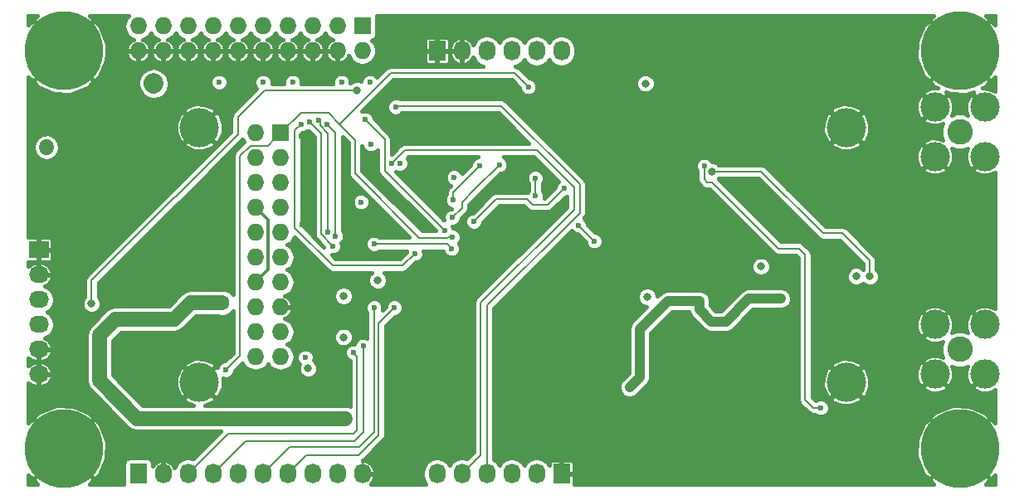
<source format=gbr>
G04 #@! TF.FileFunction,Copper,L1,Top,Signal*
%FSLAX46Y46*%
G04 Gerber Fmt 4.6, Leading zero omitted, Abs format (unit mm)*
G04 Created by KiCad (PCBNEW 201611221049+7374~55~ubuntu16.04.1-product) date Sun Nov 27 19:54:39 2016*
%MOMM*%
%LPD*%
G01*
G04 APERTURE LIST*
%ADD10C,0.100000*%
%ADD11R,2.032000X1.727200*%
%ADD12O,2.032000X1.727200*%
%ADD13R,1.727200X2.032000*%
%ADD14O,1.727200X2.032000*%
%ADD15C,2.600000*%
%ADD16C,3.000000*%
%ADD17R,1.727200X1.727200*%
%ADD18O,1.727200X1.727200*%
%ADD19C,4.000000*%
%ADD20C,8.000000*%
%ADD21C,1.400000*%
%ADD22C,0.800000*%
%ADD23C,1.600000*%
%ADD24C,0.600000*%
%ADD25C,1.000000*%
%ADD26C,1.500000*%
%ADD27C,0.300000*%
%ADD28C,2.000000*%
%ADD29C,0.600000*%
%ADD30C,0.200000*%
%ADD31C,1.000000*%
%ADD32C,0.400000*%
G04 APERTURE END LIST*
D10*
D11*
X38100000Y-127000000D03*
D12*
X38100000Y-129540000D03*
X38100000Y-132080000D03*
X38100000Y-134620000D03*
X38100000Y-137160000D03*
X38100000Y-139700000D03*
D13*
X48260000Y-149860000D03*
D14*
X50800000Y-149860000D03*
X53340000Y-149860000D03*
X55880000Y-149860000D03*
X58420000Y-149860000D03*
X60960000Y-149860000D03*
X63500000Y-149860000D03*
X66040000Y-149860000D03*
X68580000Y-149860000D03*
X71120000Y-149860000D03*
D13*
X91440000Y-149860000D03*
D14*
X88900000Y-149860000D03*
X86360000Y-149860000D03*
X83820000Y-149860000D03*
X81280000Y-149860000D03*
X78740000Y-149860000D03*
D13*
X78740000Y-106680000D03*
D14*
X81280000Y-106680000D03*
X83820000Y-106680000D03*
X86360000Y-106680000D03*
X88900000Y-106680000D03*
X91440000Y-106680000D03*
D15*
X132080000Y-137160000D03*
D16*
X134620000Y-139700000D03*
X134620000Y-134620000D03*
X129540000Y-134620000D03*
X129540000Y-139700000D03*
D15*
X132080000Y-114935000D03*
D16*
X129540000Y-117475000D03*
X134620000Y-117475000D03*
X134620000Y-112395000D03*
X129540000Y-112395000D03*
D17*
X62770000Y-115070000D03*
D18*
X60230000Y-115070000D03*
X62770000Y-117610000D03*
X60230000Y-117610000D03*
X62770000Y-120150000D03*
X60230000Y-120150000D03*
X62770000Y-122690000D03*
X60230000Y-122690000D03*
X62770000Y-125230000D03*
X60230000Y-125230000D03*
X62770000Y-127770000D03*
X60230000Y-127770000D03*
X62770000Y-130310000D03*
X60230000Y-130310000D03*
X62770000Y-132850000D03*
X60230000Y-132850000D03*
X62770000Y-135390000D03*
X60230000Y-135390000D03*
X62770000Y-137930000D03*
X60230000Y-137930000D03*
D17*
X71120000Y-104140000D03*
D18*
X71120000Y-106680000D03*
X68580000Y-104140000D03*
X68580000Y-106680000D03*
X66040000Y-104140000D03*
X66040000Y-106680000D03*
X63500000Y-104140000D03*
X63500000Y-106680000D03*
X60960000Y-104140000D03*
X60960000Y-106680000D03*
X58420000Y-104140000D03*
X58420000Y-106680000D03*
X55880000Y-104140000D03*
X55880000Y-106680000D03*
X53340000Y-104140000D03*
X53340000Y-106680000D03*
X50800000Y-104140000D03*
X50800000Y-106680000D03*
X48260000Y-104140000D03*
X48260000Y-106680000D03*
D19*
X120500000Y-140500000D03*
X54500000Y-114500000D03*
X120500000Y-114500000D03*
X54500000Y-140500000D03*
D20*
X40640000Y-147320000D03*
X132080000Y-147320000D03*
X132080000Y-106680000D03*
X40640000Y-106680000D03*
D21*
X47300000Y-139400000D03*
X50250000Y-139350000D03*
X56800000Y-134450000D03*
D22*
X53350000Y-136175000D03*
X52100000Y-136175000D03*
X50825000Y-136175000D03*
X49550000Y-136175000D03*
X49550000Y-132150000D03*
D23*
X38650000Y-114350000D03*
X41000000Y-112950000D03*
D22*
X123500000Y-132950000D03*
D24*
X117550000Y-142050000D03*
D22*
X99500000Y-121400000D03*
X99500000Y-124600000D03*
X99500000Y-120100000D03*
X103700000Y-140400000D03*
X73500000Y-132400000D03*
X65600000Y-142400000D03*
X64900000Y-132600000D03*
D24*
X66000000Y-134300000D03*
X85300000Y-122600000D03*
X85300000Y-119600000D03*
X66200000Y-124100000D03*
X66200000Y-122100000D03*
X65000000Y-124400000D03*
X64900000Y-115400000D03*
X69200000Y-117100000D03*
X77500000Y-113300000D03*
X73500000Y-113300000D03*
X75000000Y-113300000D03*
X80600000Y-118700000D03*
X73000000Y-127600000D03*
X72500000Y-118100000D03*
X71000000Y-121100000D03*
D21*
X90300000Y-144300000D03*
X85300000Y-144300000D03*
X69500000Y-142300000D03*
X74700000Y-142300000D03*
D22*
X78100000Y-145900000D03*
X79400000Y-145900000D03*
X80600000Y-145900000D03*
X81900000Y-145900000D03*
X126700000Y-107000000D03*
X126700000Y-104600000D03*
X125100000Y-104600000D03*
X122000000Y-104600000D03*
X119100000Y-104600000D03*
X116000000Y-104600000D03*
X113100000Y-104600000D03*
X110000000Y-104600000D03*
X107100000Y-104600000D03*
X104000000Y-104600000D03*
X101100000Y-104600000D03*
X98000000Y-104600000D03*
X96400000Y-104600000D03*
X96400000Y-107000000D03*
X96400000Y-110100000D03*
X96400000Y-113000000D03*
X96400000Y-116100000D03*
X96400000Y-119000000D03*
X96400000Y-122100000D03*
X96400000Y-125000000D03*
X96400000Y-128100000D03*
X96400000Y-131000000D03*
X96400000Y-137000000D03*
X96400000Y-134100000D03*
X96400000Y-140100000D03*
X96400000Y-143000000D03*
X96300000Y-146100000D03*
X96300000Y-148500000D03*
X98000000Y-148500000D03*
X101100000Y-148400000D03*
X104000000Y-148400000D03*
X107100000Y-148400000D03*
X110000000Y-148400000D03*
X113100000Y-148400000D03*
X116000000Y-148400000D03*
X119100000Y-148400000D03*
X122000000Y-148400000D03*
X125100000Y-148500000D03*
X126700000Y-148500000D03*
X126700000Y-146100000D03*
X126700000Y-143000000D03*
X126700000Y-140100000D03*
X126700000Y-137000000D03*
X126700000Y-134100000D03*
X126700000Y-131000000D03*
X126700000Y-128100000D03*
X126700000Y-125000000D03*
X126700000Y-122100000D03*
X126700000Y-119000000D03*
X126700000Y-116100000D03*
X126700000Y-113000000D03*
X126700000Y-110100000D03*
X99500000Y-118500000D03*
X99500000Y-123000000D03*
X102800000Y-112500000D03*
X105000000Y-112500000D03*
X98700000Y-131800000D03*
X107700000Y-115700000D03*
X105500000Y-121900000D03*
X104700000Y-121100000D03*
X106300000Y-121100000D03*
X106300000Y-122700000D03*
X104700000Y-122700000D03*
X107600000Y-132900000D03*
X107400000Y-131300000D03*
X109200000Y-116600000D03*
X114200000Y-124100000D03*
X114200000Y-122600000D03*
X103500000Y-126000000D03*
X108700000Y-129800000D03*
X108700000Y-128300000D03*
X108700000Y-126800000D03*
X108700000Y-125300000D03*
X94100000Y-147000000D03*
X102900000Y-133600000D03*
X102900000Y-135100000D03*
X102900000Y-136600000D03*
X111300000Y-136400000D03*
X111300000Y-134900000D03*
X111300000Y-133400000D03*
X110200000Y-137300000D03*
X108782500Y-140137500D03*
X108782500Y-139262500D03*
X109657500Y-140137500D03*
X109657500Y-139262500D03*
X114700000Y-139600000D03*
X114700000Y-141100000D03*
X103700000Y-138800000D03*
X101500000Y-145200000D03*
X103000000Y-145200000D03*
X104500000Y-145200000D03*
X109000000Y-146800000D03*
X111200000Y-146800000D03*
X114200000Y-146800000D03*
X116300000Y-146800000D03*
X118400000Y-132900000D03*
X122500000Y-125900000D03*
X120200000Y-129500000D03*
X120300000Y-126700000D03*
X117900000Y-129500000D03*
X117900000Y-126700000D03*
X119100000Y-129500000D03*
X119100000Y-126700000D03*
X115000000Y-128100000D03*
X113600000Y-116500000D03*
X114700000Y-115300000D03*
X117500000Y-115300000D03*
X118600000Y-116500000D03*
X113600000Y-119500000D03*
X114700000Y-120700000D03*
X118600000Y-119200000D03*
X117700000Y-120800000D03*
X119300000Y-120900000D03*
X115100000Y-137500000D03*
X124900000Y-134400000D03*
X120600000Y-134400000D03*
D23*
X49800000Y-109950000D03*
D22*
X65600000Y-139100000D03*
D24*
X65300000Y-138000000D03*
D22*
X69200000Y-135900000D03*
X100000000Y-110000000D03*
X111800000Y-128700000D03*
X100200000Y-131800000D03*
X121500000Y-129700000D03*
X43500000Y-132500000D03*
X70600000Y-110700000D03*
D23*
X56800000Y-132400000D03*
D21*
X69400000Y-144200000D03*
X44300000Y-135700000D03*
D25*
X113800000Y-132000000D03*
X98400000Y-141000000D03*
X105500000Y-132200000D03*
D22*
X72700000Y-130100000D03*
D24*
X56500000Y-109900000D03*
X61000000Y-109900000D03*
X64000000Y-109900000D03*
X69000000Y-109900000D03*
X71900000Y-109900000D03*
X80500000Y-119600000D03*
X75000000Y-118200000D03*
X72000000Y-116200000D03*
X71000000Y-122100000D03*
D22*
X69200000Y-131700000D03*
D24*
X117900000Y-143100000D03*
X106000000Y-118450000D03*
D22*
X106800000Y-119000000D03*
X122900000Y-129700000D03*
D24*
X57200000Y-139250000D03*
X80300000Y-125700000D03*
X88050000Y-110350000D03*
X74500000Y-112400000D03*
X74150000Y-118200000D03*
X94800000Y-126100000D03*
X93200000Y-124500000D03*
X88800000Y-121500000D03*
X88800000Y-119650000D03*
X80400000Y-121900000D03*
X83100000Y-118400000D03*
X91700000Y-120700000D03*
X82500000Y-124100000D03*
X80300000Y-123700000D03*
X85100000Y-118300000D03*
X72300000Y-126400000D03*
X80250000Y-126850000D03*
X71400000Y-113700000D03*
X79500000Y-125000000D03*
X71200000Y-136800000D03*
X76500000Y-127350000D03*
X64900000Y-114150000D03*
X70200000Y-137500000D03*
X74400000Y-132900000D03*
X72300000Y-132900000D03*
X65700000Y-113950000D03*
X68100000Y-126600000D03*
X67500000Y-114150000D03*
X68400000Y-125600000D03*
X67600000Y-125200000D03*
X66700000Y-113800000D03*
D26*
X38900000Y-116550000D02*
X38900000Y-116450000D01*
D27*
X60230000Y-130310000D02*
X61500000Y-129040000D01*
X61500000Y-123960000D02*
X60230000Y-122690000D01*
X61500000Y-129040000D02*
X61500000Y-123960000D01*
D28*
X38650000Y-114350000D02*
X38650000Y-114400000D01*
D29*
X117550000Y-142050000D02*
X117600000Y-142050000D01*
D30*
X126700000Y-107000000D02*
X126690000Y-107010000D01*
X126700000Y-104600000D02*
X126690000Y-104610000D01*
X125100000Y-104600000D02*
X125090000Y-104610000D01*
X121965000Y-104560000D02*
X122000000Y-104595000D01*
X122000000Y-104595000D02*
X122000000Y-104600000D01*
X119065000Y-104560000D02*
X119100000Y-104595000D01*
X119100000Y-104595000D02*
X119100000Y-104600000D01*
X115965000Y-104560000D02*
X116000000Y-104595000D01*
X116000000Y-104595000D02*
X116000000Y-104600000D01*
X113065000Y-104560000D02*
X113100000Y-104595000D01*
X113100000Y-104595000D02*
X113100000Y-104600000D01*
X109965000Y-104560000D02*
X110000000Y-104595000D01*
X110000000Y-104595000D02*
X110000000Y-104600000D01*
X107065000Y-104560000D02*
X107100000Y-104595000D01*
X107100000Y-104595000D02*
X107100000Y-104600000D01*
X103965000Y-104560000D02*
X104000000Y-104595000D01*
X104000000Y-104595000D02*
X104000000Y-104600000D01*
X101065000Y-104560000D02*
X101100000Y-104595000D01*
X101100000Y-104595000D02*
X101100000Y-104600000D01*
X98040000Y-104610000D02*
X98030000Y-104600000D01*
X98030000Y-104600000D02*
X98000000Y-104600000D01*
X96340000Y-104610000D02*
X96350000Y-104600000D01*
X96350000Y-104600000D02*
X96400000Y-104600000D01*
X96340000Y-107010000D02*
X96350000Y-107000000D01*
X96350000Y-107000000D02*
X96400000Y-107000000D01*
X96415000Y-110060000D02*
X96400000Y-110075000D01*
X96400000Y-110075000D02*
X96400000Y-110100000D01*
X96415000Y-112960000D02*
X96400000Y-112975000D01*
X96400000Y-112975000D02*
X96400000Y-113000000D01*
X96415000Y-116060000D02*
X96400000Y-116075000D01*
X96400000Y-116075000D02*
X96400000Y-116100000D01*
X96415000Y-118960000D02*
X96400000Y-118975000D01*
X96400000Y-118975000D02*
X96400000Y-119000000D01*
X96415000Y-122060000D02*
X96400000Y-122075000D01*
X96400000Y-122075000D02*
X96400000Y-122100000D01*
X96415000Y-124960000D02*
X96400000Y-124975000D01*
X96400000Y-124975000D02*
X96400000Y-125000000D01*
X96415000Y-128060000D02*
X96400000Y-128075000D01*
X96400000Y-128075000D02*
X96400000Y-128100000D01*
X96415000Y-130960000D02*
X96400000Y-130975000D01*
X96400000Y-130975000D02*
X96400000Y-131000000D01*
X96415000Y-136960000D02*
X96400000Y-136975000D01*
X96400000Y-136975000D02*
X96400000Y-137000000D01*
X96415000Y-134060000D02*
X96400000Y-134075000D01*
X96400000Y-134075000D02*
X96400000Y-134100000D01*
X96415000Y-140060000D02*
X96400000Y-140075000D01*
X96400000Y-140075000D02*
X96400000Y-140100000D01*
X96415000Y-142960000D02*
X96400000Y-142975000D01*
X96400000Y-142975000D02*
X96400000Y-143000000D01*
X96340000Y-146110000D02*
X96330000Y-146100000D01*
X96330000Y-146100000D02*
X96300000Y-146100000D01*
X96340000Y-148510000D02*
X96330000Y-148500000D01*
X96330000Y-148500000D02*
X96300000Y-148500000D01*
X98040000Y-148510000D02*
X98030000Y-148500000D01*
X98030000Y-148500000D02*
X98000000Y-148500000D01*
X101065000Y-148360000D02*
X101100000Y-148395000D01*
X101100000Y-148395000D02*
X101100000Y-148400000D01*
X103965000Y-148360000D02*
X104000000Y-148395000D01*
X104000000Y-148395000D02*
X104000000Y-148400000D01*
X107065000Y-148360000D02*
X107100000Y-148395000D01*
X107100000Y-148395000D02*
X107100000Y-148400000D01*
X109965000Y-148360000D02*
X110000000Y-148395000D01*
X110000000Y-148395000D02*
X110000000Y-148400000D01*
X113065000Y-148360000D02*
X113100000Y-148395000D01*
X113100000Y-148395000D02*
X113100000Y-148400000D01*
X115965000Y-148360000D02*
X116000000Y-148395000D01*
X116000000Y-148395000D02*
X116000000Y-148400000D01*
X119065000Y-148360000D02*
X119100000Y-148395000D01*
X119100000Y-148395000D02*
X119100000Y-148400000D01*
X121965000Y-148360000D02*
X122000000Y-148395000D01*
X122000000Y-148395000D02*
X122000000Y-148400000D01*
X125100000Y-148500000D02*
X125090000Y-148510000D01*
X126700000Y-148500000D02*
X126690000Y-148510000D01*
X126700000Y-146100000D02*
X126690000Y-146110000D01*
X126715000Y-142960000D02*
X126700000Y-142975000D01*
X126700000Y-142975000D02*
X126700000Y-143000000D01*
X126715000Y-140060000D02*
X126700000Y-140075000D01*
X126700000Y-140075000D02*
X126700000Y-140100000D01*
X126715000Y-136960000D02*
X126700000Y-136975000D01*
X126700000Y-136975000D02*
X126700000Y-137000000D01*
X126715000Y-134060000D02*
X126700000Y-134075000D01*
X126700000Y-134075000D02*
X126700000Y-134100000D01*
X126715000Y-130960000D02*
X126700000Y-130975000D01*
X126700000Y-130975000D02*
X126700000Y-131000000D01*
X126715000Y-128060000D02*
X126700000Y-128075000D01*
X126700000Y-128075000D02*
X126700000Y-128100000D01*
X126715000Y-124960000D02*
X126700000Y-124975000D01*
X126700000Y-124975000D02*
X126700000Y-125000000D01*
X126715000Y-122060000D02*
X126700000Y-122075000D01*
X126700000Y-122075000D02*
X126700000Y-122100000D01*
X126715000Y-118960000D02*
X126700000Y-118975000D01*
X126700000Y-118975000D02*
X126700000Y-119000000D01*
X126715000Y-116060000D02*
X126700000Y-116075000D01*
X126700000Y-116075000D02*
X126700000Y-116100000D01*
X126715000Y-112960000D02*
X126700000Y-112975000D01*
X126700000Y-112975000D02*
X126700000Y-113000000D01*
X126715000Y-110060000D02*
X126700000Y-110075000D01*
X126700000Y-110075000D02*
X126700000Y-110100000D01*
D29*
X105000000Y-112500000D02*
X105100000Y-112500000D01*
D30*
X105500000Y-121900000D02*
X105600000Y-122000000D01*
X104700000Y-121100000D02*
X104725000Y-121125000D01*
X106300000Y-121100000D02*
X106275000Y-121125000D01*
X106300000Y-122700000D02*
X106275000Y-122675000D01*
X104700000Y-122700000D02*
X104725000Y-122675000D01*
D29*
X109200000Y-116600000D02*
X109200000Y-116700000D01*
X111300000Y-133400000D02*
X111400000Y-133400000D01*
D30*
X108800000Y-140100000D02*
X108800000Y-140120000D01*
X108800000Y-140120000D02*
X108782500Y-140137500D01*
X108800000Y-139280000D02*
X108800000Y-139300000D01*
X108782500Y-139262500D02*
X108800000Y-139280000D01*
X109600000Y-140195000D02*
X109600000Y-140200000D01*
X109657500Y-140137500D02*
X109600000Y-140195000D01*
X109695000Y-139300000D02*
X109700000Y-139300000D01*
X109657500Y-139262500D02*
X109695000Y-139300000D01*
D29*
X114700000Y-139600000D02*
X114800000Y-139600000D01*
X103700000Y-138800000D02*
X103700000Y-138900000D01*
X120200000Y-129500000D02*
X120300000Y-129500000D01*
X119100000Y-129500000D02*
X119200000Y-129500000D01*
X113600000Y-116500000D02*
X113700000Y-116600000D01*
D28*
X49850000Y-110000000D02*
X49850000Y-110050000D01*
X49800000Y-109950000D02*
X49850000Y-110000000D01*
D30*
X70600000Y-110700000D02*
X64000000Y-110700000D01*
X52100000Y-121550000D02*
X58409990Y-115240010D01*
X58409990Y-115240010D02*
X58409990Y-113438453D01*
X58409990Y-113438453D02*
X61148443Y-110700000D01*
X61148443Y-110700000D02*
X64000000Y-110700000D01*
X52050000Y-121550000D02*
X43500000Y-130100000D01*
X52050000Y-121550000D02*
X52100000Y-121550000D01*
X43500000Y-130100000D02*
X43500000Y-132500000D01*
D26*
X45950000Y-134050000D02*
X50400000Y-134050000D01*
X56800000Y-132400000D02*
X53600000Y-132400000D01*
X53600000Y-132400000D02*
X51950000Y-134050000D01*
X51950000Y-134050000D02*
X50400000Y-134050000D01*
X45950000Y-134050000D02*
X44300000Y-135700000D01*
X63150000Y-144200000D02*
X48150000Y-144200000D01*
X48150000Y-144200000D02*
X44300000Y-140350000D01*
X44300000Y-140350000D02*
X44300000Y-135700000D01*
X69400000Y-144200000D02*
X63150000Y-144200000D01*
D31*
X105500000Y-133100000D02*
X105500000Y-132200000D01*
X106700000Y-134300000D02*
X105500000Y-133100000D01*
X108200000Y-134300000D02*
X106700000Y-134300000D01*
X110500000Y-132000000D02*
X108200000Y-134300000D01*
X113800000Y-132000000D02*
X110500000Y-132000000D01*
X105500000Y-132200000D02*
X102300000Y-132200000D01*
X99400000Y-140000000D02*
X98400000Y-141000000D01*
X99400000Y-135100000D02*
X99400000Y-140000000D01*
X102300000Y-132200000D02*
X99400000Y-135100000D01*
D30*
X117100000Y-143100000D02*
X117900000Y-143100000D01*
X116300000Y-142300000D02*
X117100000Y-143100000D01*
X116300000Y-127500000D02*
X116300000Y-142300000D01*
X115650000Y-126850000D02*
X116300000Y-127500000D01*
X113550000Y-126850000D02*
X115650000Y-126850000D01*
X106800000Y-120100000D02*
X113550000Y-126850000D01*
X106300000Y-120100000D02*
X106800000Y-120100000D01*
X106000000Y-119800000D02*
X106300000Y-120100000D01*
X106000000Y-118450000D02*
X106000000Y-119800000D01*
X106800000Y-119000000D02*
X111800000Y-119000000D01*
X111800000Y-119000000D02*
X118100000Y-125300000D01*
X118100000Y-125300000D02*
X120100000Y-125300000D01*
X120100000Y-125300000D02*
X122900000Y-128100000D01*
X122900000Y-128100000D02*
X122900000Y-129700000D01*
X62200000Y-115650000D02*
X62190000Y-115650000D01*
X62190000Y-115650000D02*
X62770000Y-115070000D01*
X61500000Y-116350000D02*
X62200000Y-115650000D01*
X59700000Y-116350000D02*
X61500000Y-116350000D01*
X58650000Y-117400000D02*
X59700000Y-116350000D01*
X58650000Y-137800000D02*
X58650000Y-117400000D01*
X57200000Y-139250000D02*
X58650000Y-137800000D01*
X70400000Y-119200000D02*
X76950000Y-125750000D01*
X80300000Y-125700000D02*
X79875736Y-125700000D01*
X79875736Y-125700000D02*
X79825736Y-125750000D01*
X79825736Y-125750000D02*
X76950000Y-125750000D01*
X70400000Y-115750000D02*
X70400000Y-119200000D01*
X70400000Y-115750000D02*
X68800000Y-114150000D01*
X74000000Y-108950000D02*
X68800000Y-114150000D01*
X86650000Y-108950000D02*
X74000000Y-108950000D01*
X88050000Y-110350000D02*
X86650000Y-108950000D01*
X62770000Y-115070000D02*
X62780000Y-115070000D01*
X62780000Y-115070000D02*
X64850000Y-113000000D01*
X64850000Y-113000000D02*
X67650000Y-113000000D01*
X67650000Y-113000000D02*
X68800000Y-114150000D01*
X83820000Y-149860000D02*
X83820000Y-132680000D01*
X74600000Y-112300000D02*
X74500000Y-112400000D01*
X85300000Y-112300000D02*
X74600000Y-112300000D01*
X93300000Y-120300000D02*
X85300000Y-112300000D01*
X93300000Y-123200000D02*
X93300000Y-120300000D01*
X83820000Y-132680000D02*
X93300000Y-123200000D01*
X74150000Y-118200000D02*
X75500000Y-116800000D01*
X75500000Y-116800000D02*
X88900000Y-116800000D01*
X88900000Y-116800000D02*
X92700000Y-120600000D01*
X92700000Y-120600000D02*
X92700000Y-122900000D01*
X92700000Y-122900000D02*
X83200000Y-132400000D01*
X83200000Y-132400000D02*
X83200000Y-147940000D01*
X83200000Y-147940000D02*
X81280000Y-149860000D01*
X94800000Y-126100000D02*
X93200000Y-124500000D01*
X88800000Y-121500000D02*
X88800000Y-119650000D01*
X80400000Y-121900000D02*
X80400000Y-121100000D01*
X80400000Y-121100000D02*
X83100000Y-118400000D01*
X90000000Y-122400000D02*
X91700000Y-120700000D01*
X88500000Y-122400000D02*
X90000000Y-122400000D01*
X87900000Y-121800000D02*
X88500000Y-122400000D01*
X84800000Y-121800000D02*
X87900000Y-121800000D01*
X84200000Y-122400000D02*
X84800000Y-121800000D01*
X82500000Y-124100000D02*
X84200000Y-122400000D01*
X81300000Y-122700000D02*
X80300000Y-123700000D01*
X81300000Y-122100000D02*
X81300000Y-122700000D01*
X82600000Y-120800000D02*
X81300000Y-122100000D01*
X85100000Y-118300000D02*
X82600000Y-120800000D01*
X79800000Y-126400000D02*
X72300000Y-126400000D01*
X80250000Y-126850000D02*
X79800000Y-126400000D01*
X79500000Y-125000000D02*
X79500000Y-125000000D01*
X71400000Y-113700000D02*
X73400000Y-115700000D01*
X73400000Y-115700000D02*
X73400000Y-118900000D01*
X79500000Y-125000000D02*
X73400000Y-118900000D01*
X79400000Y-125000000D02*
X79500000Y-125000000D01*
X59240000Y-146500000D02*
X55880000Y-149860000D01*
X70300000Y-146500000D02*
X59240000Y-146500000D01*
X71200000Y-145600000D02*
X70300000Y-146500000D01*
X71200000Y-144100000D02*
X71200000Y-145600000D01*
X71200000Y-136800000D02*
X71200000Y-144100000D01*
X68950000Y-128600000D02*
X68100000Y-128600000D01*
X75250000Y-128600000D02*
X76500000Y-127350000D01*
X68950000Y-128600000D02*
X75250000Y-128600000D01*
X64250000Y-114800000D02*
X64900000Y-114150000D01*
X64250000Y-124750000D02*
X64250000Y-114800000D01*
X68100000Y-128600000D02*
X64250000Y-124750000D01*
X57400000Y-145800000D02*
X53340000Y-149860000D01*
X70200000Y-145800000D02*
X57400000Y-145800000D01*
X70600000Y-145400000D02*
X70200000Y-145800000D01*
X70600000Y-137900000D02*
X70600000Y-145400000D01*
X70500000Y-137800000D02*
X70600000Y-137900000D01*
X70200000Y-137500000D02*
X70500000Y-137800000D01*
X65360000Y-148000000D02*
X63500000Y-149860000D01*
X70700000Y-148000000D02*
X65360000Y-148000000D01*
X72800000Y-145900000D02*
X70700000Y-148000000D01*
X72800000Y-134500000D02*
X72800000Y-145900000D01*
X74400000Y-132900000D02*
X72800000Y-134500000D01*
X60960000Y-149860000D02*
X60960000Y-149840000D01*
X60960000Y-149840000D02*
X63700000Y-147100000D01*
X63700000Y-147100000D02*
X70800000Y-147100000D01*
X70800000Y-147100000D02*
X72300000Y-145600000D01*
X72300000Y-145600000D02*
X72300000Y-132900000D01*
X66900000Y-115150000D02*
X65700000Y-113950000D01*
X66900000Y-125400000D02*
X66900000Y-115150000D01*
X68100000Y-126600000D02*
X66900000Y-125400000D01*
X68400000Y-115800000D02*
X68400000Y-115050000D01*
X68400000Y-115050000D02*
X67500000Y-114150000D01*
X67500000Y-114150000D02*
X67500000Y-114300000D01*
X68400000Y-117650000D02*
X68400000Y-125600000D01*
X68400000Y-117650000D02*
X68400000Y-115800000D01*
X68400000Y-115800000D02*
X68400000Y-115700000D01*
X67600000Y-115100000D02*
X67600000Y-125200000D01*
X66800000Y-114300000D02*
X67600000Y-115100000D01*
X66800000Y-113900000D02*
X66800000Y-114300000D01*
X66700000Y-113800000D02*
X66800000Y-113900000D01*
D32*
G36*
X37574044Y-103543334D02*
X40640000Y-106609289D01*
X43705956Y-103543334D01*
X43280020Y-103070000D01*
X47234665Y-103070000D01*
X47225079Y-103076405D01*
X46907810Y-103551231D01*
X46796400Y-104111326D01*
X46796400Y-104168674D01*
X46907810Y-104728769D01*
X47225079Y-105203595D01*
X47699905Y-105520864D01*
X47780834Y-105536962D01*
X47558304Y-105629134D01*
X47209569Y-105977654D01*
X47020752Y-106433099D01*
X47097385Y-106630000D01*
X48210000Y-106630000D01*
X48210000Y-106610000D01*
X48310000Y-106610000D01*
X48310000Y-106630000D01*
X49422615Y-106630000D01*
X49499248Y-106433099D01*
X49310431Y-105977654D01*
X48961696Y-105629134D01*
X48739166Y-105536962D01*
X48820095Y-105520864D01*
X49294921Y-105203595D01*
X49530000Y-104851775D01*
X49765079Y-105203595D01*
X50239905Y-105520864D01*
X50320834Y-105536962D01*
X50098304Y-105629134D01*
X49749569Y-105977654D01*
X49560752Y-106433099D01*
X49637385Y-106630000D01*
X50750000Y-106630000D01*
X50750000Y-106610000D01*
X50850000Y-106610000D01*
X50850000Y-106630000D01*
X51962615Y-106630000D01*
X52039248Y-106433099D01*
X51850431Y-105977654D01*
X51501696Y-105629134D01*
X51279166Y-105536962D01*
X51360095Y-105520864D01*
X51834921Y-105203595D01*
X52070000Y-104851775D01*
X52305079Y-105203595D01*
X52779905Y-105520864D01*
X52860834Y-105536962D01*
X52638304Y-105629134D01*
X52289569Y-105977654D01*
X52100752Y-106433099D01*
X52177385Y-106630000D01*
X53290000Y-106630000D01*
X53290000Y-106610000D01*
X53390000Y-106610000D01*
X53390000Y-106630000D01*
X54502615Y-106630000D01*
X54579248Y-106433099D01*
X54390431Y-105977654D01*
X54041696Y-105629134D01*
X53819166Y-105536962D01*
X53900095Y-105520864D01*
X54374921Y-105203595D01*
X54610000Y-104851775D01*
X54845079Y-105203595D01*
X55319905Y-105520864D01*
X55400834Y-105536962D01*
X55178304Y-105629134D01*
X54829569Y-105977654D01*
X54640752Y-106433099D01*
X54717385Y-106630000D01*
X55830000Y-106630000D01*
X55830000Y-106610000D01*
X55930000Y-106610000D01*
X55930000Y-106630000D01*
X57042615Y-106630000D01*
X57119248Y-106433099D01*
X56930431Y-105977654D01*
X56581696Y-105629134D01*
X56359166Y-105536962D01*
X56440095Y-105520864D01*
X56914921Y-105203595D01*
X57150000Y-104851775D01*
X57385079Y-105203595D01*
X57859905Y-105520864D01*
X57940834Y-105536962D01*
X57718304Y-105629134D01*
X57369569Y-105977654D01*
X57180752Y-106433099D01*
X57257385Y-106630000D01*
X58370000Y-106630000D01*
X58370000Y-106610000D01*
X58470000Y-106610000D01*
X58470000Y-106630000D01*
X59582615Y-106630000D01*
X59659248Y-106433099D01*
X59470431Y-105977654D01*
X59121696Y-105629134D01*
X58899166Y-105536962D01*
X58980095Y-105520864D01*
X59454921Y-105203595D01*
X59690000Y-104851775D01*
X59925079Y-105203595D01*
X60399905Y-105520864D01*
X60480834Y-105536962D01*
X60258304Y-105629134D01*
X59909569Y-105977654D01*
X59720752Y-106433099D01*
X59797385Y-106630000D01*
X60910000Y-106630000D01*
X60910000Y-106610000D01*
X61010000Y-106610000D01*
X61010000Y-106630000D01*
X62122615Y-106630000D01*
X62199248Y-106433099D01*
X62010431Y-105977654D01*
X61661696Y-105629134D01*
X61439166Y-105536962D01*
X61520095Y-105520864D01*
X61994921Y-105203595D01*
X62230000Y-104851775D01*
X62465079Y-105203595D01*
X62939905Y-105520864D01*
X63020834Y-105536962D01*
X62798304Y-105629134D01*
X62449569Y-105977654D01*
X62260752Y-106433099D01*
X62337385Y-106630000D01*
X63450000Y-106630000D01*
X63450000Y-106610000D01*
X63550000Y-106610000D01*
X63550000Y-106630000D01*
X64662615Y-106630000D01*
X64739248Y-106433099D01*
X64550431Y-105977654D01*
X64201696Y-105629134D01*
X63979166Y-105536962D01*
X64060095Y-105520864D01*
X64534921Y-105203595D01*
X64770000Y-104851775D01*
X65005079Y-105203595D01*
X65479905Y-105520864D01*
X65560834Y-105536962D01*
X65338304Y-105629134D01*
X64989569Y-105977654D01*
X64800752Y-106433099D01*
X64877385Y-106630000D01*
X65990000Y-106630000D01*
X65990000Y-106610000D01*
X66090000Y-106610000D01*
X66090000Y-106630000D01*
X67202615Y-106630000D01*
X67279248Y-106433099D01*
X67090431Y-105977654D01*
X66741696Y-105629134D01*
X66519166Y-105536962D01*
X66600095Y-105520864D01*
X67074921Y-105203595D01*
X67310000Y-104851775D01*
X67545079Y-105203595D01*
X68019905Y-105520864D01*
X68100834Y-105536962D01*
X67878304Y-105629134D01*
X67529569Y-105977654D01*
X67340752Y-106433099D01*
X67417385Y-106630000D01*
X68530000Y-106630000D01*
X68530000Y-106610000D01*
X68630000Y-106610000D01*
X68630000Y-106630000D01*
X68650000Y-106630000D01*
X68650000Y-106730000D01*
X68630000Y-106730000D01*
X68630000Y-107842525D01*
X68826900Y-107919243D01*
X69281696Y-107730866D01*
X69630431Y-107382346D01*
X69738534Y-107121590D01*
X69767810Y-107268769D01*
X70085079Y-107743595D01*
X70559905Y-108060864D01*
X71120000Y-108172274D01*
X71680095Y-108060864D01*
X72154921Y-107743595D01*
X72472190Y-107268769D01*
X72559466Y-106830000D01*
X77476400Y-106830000D01*
X77476400Y-107775565D01*
X77537296Y-107922582D01*
X77649818Y-108035104D01*
X77796835Y-108096000D01*
X78590000Y-108096000D01*
X78690000Y-107996000D01*
X78690000Y-106730000D01*
X78790000Y-106730000D01*
X78790000Y-107996000D01*
X78890000Y-108096000D01*
X79683165Y-108096000D01*
X79830182Y-108035104D01*
X79942704Y-107922582D01*
X80003600Y-107775565D01*
X80003600Y-106830000D01*
X79903600Y-106730000D01*
X80016400Y-106730000D01*
X80016400Y-106882400D01*
X80131720Y-107362153D01*
X80421855Y-107761256D01*
X80842635Y-108018949D01*
X81033100Y-108071643D01*
X81230000Y-107994925D01*
X81230000Y-106730000D01*
X80016400Y-106730000D01*
X79903600Y-106730000D01*
X78790000Y-106730000D01*
X78690000Y-106730000D01*
X77576400Y-106730000D01*
X77476400Y-106830000D01*
X72559466Y-106830000D01*
X72583600Y-106708674D01*
X72583600Y-106651326D01*
X72472190Y-106091231D01*
X72154921Y-105616405D01*
X72114408Y-105589335D01*
X72139041Y-105584435D01*
X77476400Y-105584435D01*
X77476400Y-106530000D01*
X77576400Y-106630000D01*
X78690000Y-106630000D01*
X78690000Y-105364000D01*
X78790000Y-105364000D01*
X78790000Y-106630000D01*
X79903600Y-106630000D01*
X80003600Y-106530000D01*
X80003600Y-106477600D01*
X80016400Y-106477600D01*
X80016400Y-106630000D01*
X81230000Y-106630000D01*
X81230000Y-105365075D01*
X81033100Y-105288357D01*
X80842635Y-105341051D01*
X80421855Y-105598744D01*
X80131720Y-105997847D01*
X80016400Y-106477600D01*
X80003600Y-106477600D01*
X80003600Y-105584435D01*
X79942704Y-105437418D01*
X79830182Y-105324896D01*
X79683165Y-105264000D01*
X78890000Y-105264000D01*
X78790000Y-105364000D01*
X78690000Y-105364000D01*
X78590000Y-105264000D01*
X77796835Y-105264000D01*
X77649818Y-105324896D01*
X77537296Y-105437418D01*
X77476400Y-105584435D01*
X72139041Y-105584435D01*
X72217708Y-105568787D01*
X72416175Y-105436175D01*
X72548787Y-105237708D01*
X72595354Y-105003600D01*
X72595354Y-103276400D01*
X72554298Y-103070000D01*
X129439980Y-103070000D01*
X129014044Y-103543334D01*
X132080000Y-106609289D01*
X135145956Y-103543334D01*
X134720020Y-103070000D01*
X135690000Y-103070000D01*
X135690000Y-104039980D01*
X135216666Y-103614044D01*
X132150711Y-106680000D01*
X135216666Y-109745956D01*
X135690000Y-109320020D01*
X135690000Y-110786912D01*
X135023467Y-110500258D01*
X134431057Y-110492286D01*
X134466520Y-110478752D01*
X134676308Y-110338576D01*
X135145956Y-109816666D01*
X132080000Y-106750711D01*
X129014044Y-109816666D01*
X129483692Y-110338576D01*
X129841889Y-110498891D01*
X129187668Y-110490087D01*
X128485509Y-110769921D01*
X128442159Y-110798886D01*
X128276724Y-111061013D01*
X129540000Y-112324289D01*
X130803276Y-111061013D01*
X130687310Y-110877268D01*
X131081401Y-111053648D01*
X132831137Y-111102871D01*
X133488682Y-110851929D01*
X133356724Y-111061013D01*
X134620000Y-112324289D01*
X134634142Y-112310147D01*
X134704853Y-112380858D01*
X134690711Y-112395000D01*
X134704853Y-112409142D01*
X134634142Y-112479853D01*
X134620000Y-112465711D01*
X134605858Y-112479853D01*
X134535147Y-112409142D01*
X134549289Y-112395000D01*
X133286013Y-111131724D01*
X133023886Y-111297159D01*
X132725258Y-111991533D01*
X132715087Y-112747332D01*
X132903290Y-113219571D01*
X132459591Y-113035331D01*
X131703725Y-113034671D01*
X131253078Y-113220874D01*
X131434742Y-112798467D01*
X131444913Y-112042668D01*
X131165079Y-111340509D01*
X131136114Y-111297159D01*
X130873987Y-111131724D01*
X129610711Y-112395000D01*
X129624853Y-112409142D01*
X129554142Y-112479853D01*
X129540000Y-112465711D01*
X128276724Y-113728987D01*
X128442159Y-113991114D01*
X129136533Y-114289742D01*
X129892332Y-114299913D01*
X130364571Y-114111710D01*
X130180331Y-114555409D01*
X130179671Y-115311275D01*
X130365874Y-115761922D01*
X129943467Y-115580258D01*
X129187668Y-115570087D01*
X128485509Y-115849921D01*
X128442159Y-115878886D01*
X128276724Y-116141013D01*
X129540000Y-117404289D01*
X129554142Y-117390147D01*
X129624853Y-117460858D01*
X129610711Y-117475000D01*
X130873987Y-118738276D01*
X131136114Y-118572841D01*
X131434742Y-117878467D01*
X131444913Y-117122668D01*
X131256710Y-116650429D01*
X131700409Y-116834669D01*
X132456275Y-116835329D01*
X132906922Y-116649126D01*
X132725258Y-117071533D01*
X132715087Y-117827332D01*
X132994921Y-118529491D01*
X133023886Y-118572841D01*
X133286013Y-118738276D01*
X134549289Y-117475000D01*
X134535147Y-117460858D01*
X134605858Y-117390147D01*
X134620000Y-117404289D01*
X134634142Y-117390147D01*
X134704853Y-117460858D01*
X134690711Y-117475000D01*
X134704853Y-117489142D01*
X134634142Y-117559853D01*
X134620000Y-117545711D01*
X133356724Y-118808987D01*
X133522159Y-119071114D01*
X134216533Y-119369742D01*
X134972332Y-119379913D01*
X135674491Y-119100079D01*
X135690000Y-119089716D01*
X135690000Y-133011912D01*
X135023467Y-132725258D01*
X134267668Y-132715087D01*
X133565509Y-132994921D01*
X133522159Y-133023886D01*
X133356724Y-133286013D01*
X134620000Y-134549289D01*
X134634142Y-134535147D01*
X134704853Y-134605858D01*
X134690711Y-134620000D01*
X134704853Y-134634142D01*
X134634142Y-134704853D01*
X134620000Y-134690711D01*
X134605858Y-134704853D01*
X134535147Y-134634142D01*
X134549289Y-134620000D01*
X133286013Y-133356724D01*
X133023886Y-133522159D01*
X132725258Y-134216533D01*
X132715087Y-134972332D01*
X132903290Y-135444571D01*
X132459591Y-135260331D01*
X131703725Y-135259671D01*
X131253078Y-135445874D01*
X131434742Y-135023467D01*
X131444913Y-134267668D01*
X131165079Y-133565509D01*
X131136114Y-133522159D01*
X130873987Y-133356724D01*
X129610711Y-134620000D01*
X129624853Y-134634142D01*
X129554142Y-134704853D01*
X129540000Y-134690711D01*
X128276724Y-135953987D01*
X128442159Y-136216114D01*
X129136533Y-136514742D01*
X129892332Y-136524913D01*
X130364571Y-136336710D01*
X130180331Y-136780409D01*
X130179671Y-137536275D01*
X130365874Y-137986922D01*
X129943467Y-137805258D01*
X129187668Y-137795087D01*
X128485509Y-138074921D01*
X128442159Y-138103886D01*
X128276724Y-138366013D01*
X129540000Y-139629289D01*
X129554142Y-139615147D01*
X129624853Y-139685858D01*
X129610711Y-139700000D01*
X130873987Y-140963276D01*
X131136114Y-140797841D01*
X131434742Y-140103467D01*
X131444913Y-139347668D01*
X131256710Y-138875429D01*
X131700409Y-139059669D01*
X132456275Y-139060329D01*
X132906922Y-138874126D01*
X132725258Y-139296533D01*
X132715087Y-140052332D01*
X132994921Y-140754491D01*
X133023886Y-140797841D01*
X133286013Y-140963276D01*
X134549289Y-139700000D01*
X134535147Y-139685858D01*
X134605858Y-139615147D01*
X134620000Y-139629289D01*
X134634142Y-139615147D01*
X134704853Y-139685858D01*
X134690711Y-139700000D01*
X134704853Y-139714142D01*
X134634142Y-139784853D01*
X134620000Y-139770711D01*
X133356724Y-141033987D01*
X133522159Y-141296114D01*
X134216533Y-141594742D01*
X134972332Y-141604913D01*
X135674491Y-141325079D01*
X135690000Y-141314716D01*
X135690000Y-144679980D01*
X135216666Y-144254044D01*
X132150711Y-147320000D01*
X135216666Y-150385956D01*
X135690000Y-149960020D01*
X135690000Y-150930000D01*
X134720020Y-150930000D01*
X135145956Y-150456666D01*
X132080000Y-147390711D01*
X129014044Y-150456666D01*
X129439980Y-150930000D01*
X92703600Y-150930000D01*
X92703600Y-150010000D01*
X92603600Y-149910000D01*
X91490000Y-149910000D01*
X91490000Y-149930000D01*
X91390000Y-149930000D01*
X91390000Y-149910000D01*
X91370000Y-149910000D01*
X91370000Y-149810000D01*
X91390000Y-149810000D01*
X91390000Y-148544000D01*
X91490000Y-148544000D01*
X91490000Y-149810000D01*
X92603600Y-149810000D01*
X92703600Y-149710000D01*
X92703600Y-148764435D01*
X92642704Y-148617418D01*
X92530182Y-148504896D01*
X92383165Y-148444000D01*
X91590000Y-148444000D01*
X91490000Y-148544000D01*
X91390000Y-148544000D01*
X91290000Y-148444000D01*
X90496835Y-148444000D01*
X90349818Y-148504896D01*
X90237296Y-148617418D01*
X90176400Y-148764435D01*
X90176400Y-149002418D01*
X89934921Y-148641020D01*
X89460095Y-148323751D01*
X88900000Y-148212341D01*
X88339905Y-148323751D01*
X87865079Y-148641020D01*
X87630000Y-148992840D01*
X87394921Y-148641020D01*
X86920095Y-148323751D01*
X86360000Y-148212341D01*
X85799905Y-148323751D01*
X85325079Y-148641020D01*
X85090000Y-148992840D01*
X84854921Y-148641020D01*
X84520000Y-148417233D01*
X84520000Y-148071137D01*
X127657129Y-148071137D01*
X128281248Y-149706520D01*
X128421424Y-149916308D01*
X128943334Y-150385956D01*
X132009289Y-147320000D01*
X128943334Y-144254044D01*
X128421424Y-144723692D01*
X127706352Y-146321401D01*
X127657129Y-148071137D01*
X84520000Y-148071137D01*
X84520000Y-144183334D01*
X129014044Y-144183334D01*
X132080000Y-147249289D01*
X135145956Y-144183334D01*
X134676308Y-143661424D01*
X133078599Y-142946352D01*
X131328863Y-142897129D01*
X129693480Y-143521248D01*
X129483692Y-143661424D01*
X129014044Y-144183334D01*
X84520000Y-144183334D01*
X84520000Y-141217844D01*
X97299810Y-141217844D01*
X97466922Y-141622286D01*
X97776087Y-141931991D01*
X98180237Y-142099808D01*
X98617844Y-142100190D01*
X99022286Y-141933078D01*
X99331991Y-141623913D01*
X99332183Y-141623452D01*
X100177818Y-140777817D01*
X100416268Y-140420951D01*
X100500000Y-140000000D01*
X100500000Y-135555634D01*
X102755635Y-133300000D01*
X104439783Y-133300000D01*
X104483733Y-133520952D01*
X104670350Y-133800243D01*
X104722183Y-133877817D01*
X105922182Y-135077817D01*
X106080164Y-135183377D01*
X106279048Y-135316267D01*
X106700000Y-135400000D01*
X108200000Y-135400000D01*
X108620952Y-135316267D01*
X108977817Y-135077817D01*
X110955635Y-133100000D01*
X113800001Y-133100000D01*
X114017844Y-133100190D01*
X114422286Y-132933078D01*
X114731991Y-132623913D01*
X114899808Y-132219763D01*
X114900190Y-131782156D01*
X114733078Y-131377714D01*
X114423913Y-131068009D01*
X114019763Y-130900192D01*
X113800001Y-130900000D01*
X113799814Y-130900000D01*
X113582156Y-130899810D01*
X113581696Y-130900000D01*
X110500000Y-130900000D01*
X110079048Y-130983733D01*
X109905327Y-131099810D01*
X109722182Y-131222183D01*
X107744366Y-133200000D01*
X107155635Y-133200000D01*
X106600000Y-132644366D01*
X106600000Y-132199999D01*
X106600190Y-131982156D01*
X106433078Y-131577714D01*
X106123913Y-131268009D01*
X105719763Y-131100192D01*
X105500001Y-131100000D01*
X105499814Y-131100000D01*
X105282156Y-131099810D01*
X105281696Y-131100000D01*
X102300000Y-131100000D01*
X101879048Y-131183733D01*
X101522182Y-131422183D01*
X101200049Y-131744316D01*
X101200173Y-131601960D01*
X101048253Y-131234286D01*
X100767194Y-130952736D01*
X100399785Y-130800174D01*
X100001960Y-130799827D01*
X99634286Y-130951747D01*
X99352736Y-131232806D01*
X99200174Y-131600215D01*
X99199827Y-131998040D01*
X99351747Y-132365714D01*
X99632806Y-132647264D01*
X100000215Y-132799826D01*
X100144414Y-132799952D01*
X98622183Y-134322183D01*
X98383733Y-134679048D01*
X98300000Y-135100000D01*
X98300000Y-139544365D01*
X97622861Y-140221505D01*
X97468009Y-140376087D01*
X97300192Y-140780237D01*
X97299810Y-141217844D01*
X84520000Y-141217844D01*
X84520000Y-132969950D01*
X88591909Y-128898040D01*
X110799827Y-128898040D01*
X110951747Y-129265714D01*
X111232806Y-129547264D01*
X111600215Y-129699826D01*
X111998040Y-129700173D01*
X112365714Y-129548253D01*
X112647264Y-129267194D01*
X112799826Y-128899785D01*
X112800173Y-128501960D01*
X112648253Y-128134286D01*
X112367194Y-127852736D01*
X111999785Y-127700174D01*
X111601960Y-127699827D01*
X111234286Y-127851747D01*
X110952736Y-128132806D01*
X110800174Y-128500215D01*
X110799827Y-128898040D01*
X88591909Y-128898040D01*
X92458670Y-125031279D01*
X92689525Y-125262538D01*
X93020194Y-125399843D01*
X93109971Y-125399921D01*
X93899921Y-126189871D01*
X93899844Y-126278236D01*
X94036572Y-126609143D01*
X94289525Y-126862538D01*
X94620194Y-126999843D01*
X94978236Y-127000156D01*
X95309143Y-126863428D01*
X95562538Y-126610475D01*
X95699843Y-126279806D01*
X95700156Y-125921764D01*
X95563428Y-125590857D01*
X95310475Y-125337462D01*
X94979806Y-125200157D01*
X94890029Y-125200079D01*
X94100079Y-124410129D01*
X94100156Y-124321764D01*
X93963428Y-123990857D01*
X93731463Y-123758486D01*
X93794972Y-123694977D01*
X93794975Y-123694975D01*
X93911760Y-123520194D01*
X93946716Y-123467879D01*
X94000001Y-123200000D01*
X94000000Y-123199995D01*
X94000000Y-120300000D01*
X93946716Y-120032122D01*
X93794975Y-119805025D01*
X93794972Y-119805023D01*
X92618186Y-118628236D01*
X105099844Y-118628236D01*
X105236572Y-118959143D01*
X105300000Y-119022682D01*
X105300000Y-119800000D01*
X105353284Y-120067879D01*
X105505025Y-120294975D01*
X105805025Y-120594975D01*
X106032121Y-120746716D01*
X106300000Y-120800000D01*
X106510050Y-120800000D01*
X113055023Y-127344972D01*
X113055025Y-127344975D01*
X113137376Y-127400000D01*
X113282121Y-127496716D01*
X113550000Y-127550001D01*
X113550005Y-127550000D01*
X115360050Y-127550000D01*
X115600000Y-127789950D01*
X115600000Y-142300000D01*
X115653284Y-142567879D01*
X115805025Y-142794975D01*
X116605025Y-143594975D01*
X116832121Y-143746716D01*
X117100000Y-143800000D01*
X117327096Y-143800000D01*
X117389525Y-143862538D01*
X117720194Y-143999843D01*
X118078236Y-144000156D01*
X118409143Y-143863428D01*
X118662538Y-143610475D01*
X118799843Y-143279806D01*
X118800156Y-142921764D01*
X118663428Y-142590857D01*
X118410475Y-142337462D01*
X118079806Y-142200157D01*
X117721764Y-142199844D01*
X117390857Y-142336572D01*
X117358661Y-142368711D01*
X117184522Y-142194572D01*
X118876139Y-142194572D01*
X119102430Y-142508656D01*
X119977493Y-142890583D01*
X120932103Y-142908566D01*
X121820929Y-142559866D01*
X121897570Y-142508656D01*
X122123861Y-142194572D01*
X120500000Y-140570711D01*
X118876139Y-142194572D01*
X117184522Y-142194572D01*
X117000000Y-142010050D01*
X117000000Y-140932103D01*
X118091434Y-140932103D01*
X118440134Y-141820929D01*
X118491344Y-141897570D01*
X118805428Y-142123861D01*
X120429289Y-140500000D01*
X120570711Y-140500000D01*
X122194572Y-142123861D01*
X122508656Y-141897570D01*
X122885572Y-141033987D01*
X128276724Y-141033987D01*
X128442159Y-141296114D01*
X129136533Y-141594742D01*
X129892332Y-141604913D01*
X130594491Y-141325079D01*
X130637841Y-141296114D01*
X130803276Y-141033987D01*
X129540000Y-139770711D01*
X128276724Y-141033987D01*
X122885572Y-141033987D01*
X122890583Y-141022507D01*
X122908566Y-140067897D01*
X122902460Y-140052332D01*
X127635087Y-140052332D01*
X127914921Y-140754491D01*
X127943886Y-140797841D01*
X128206013Y-140963276D01*
X129469289Y-139700000D01*
X128206013Y-138436724D01*
X127943886Y-138602159D01*
X127645258Y-139296533D01*
X127635087Y-140052332D01*
X122902460Y-140052332D01*
X122559866Y-139179071D01*
X122508656Y-139102430D01*
X122194572Y-138876139D01*
X120570711Y-140500000D01*
X120429289Y-140500000D01*
X118805428Y-138876139D01*
X118491344Y-139102430D01*
X118109417Y-139977493D01*
X118091434Y-140932103D01*
X117000000Y-140932103D01*
X117000000Y-138805428D01*
X118876139Y-138805428D01*
X120500000Y-140429289D01*
X122123861Y-138805428D01*
X121897570Y-138491344D01*
X121022507Y-138109417D01*
X120067897Y-138091434D01*
X119179071Y-138440134D01*
X119102430Y-138491344D01*
X118876139Y-138805428D01*
X117000000Y-138805428D01*
X117000000Y-134972332D01*
X127635087Y-134972332D01*
X127914921Y-135674491D01*
X127943886Y-135717841D01*
X128206013Y-135883276D01*
X129469289Y-134620000D01*
X128206013Y-133356724D01*
X127943886Y-133522159D01*
X127645258Y-134216533D01*
X127635087Y-134972332D01*
X117000000Y-134972332D01*
X117000000Y-133286013D01*
X128276724Y-133286013D01*
X129540000Y-134549289D01*
X130803276Y-133286013D01*
X130637841Y-133023886D01*
X129943467Y-132725258D01*
X129187668Y-132715087D01*
X128485509Y-132994921D01*
X128442159Y-133023886D01*
X128276724Y-133286013D01*
X117000000Y-133286013D01*
X117000000Y-127500000D01*
X116960218Y-127300000D01*
X116946716Y-127232121D01*
X116794975Y-127005025D01*
X116144975Y-126355025D01*
X115917879Y-126203284D01*
X115650000Y-126150000D01*
X113839949Y-126150000D01*
X107452034Y-119762084D01*
X107514226Y-119700000D01*
X111510050Y-119700000D01*
X117605023Y-125794972D01*
X117605025Y-125794975D01*
X117832122Y-125946716D01*
X118100000Y-126000000D01*
X119810050Y-126000000D01*
X122200000Y-128389950D01*
X122200000Y-128985774D01*
X122067194Y-128852736D01*
X121699785Y-128700174D01*
X121301960Y-128699827D01*
X120934286Y-128851747D01*
X120652736Y-129132806D01*
X120500174Y-129500215D01*
X120499827Y-129898040D01*
X120651747Y-130265714D01*
X120932806Y-130547264D01*
X121300215Y-130699826D01*
X121698040Y-130700173D01*
X122065714Y-130548253D01*
X122199988Y-130414214D01*
X122332806Y-130547264D01*
X122700215Y-130699826D01*
X123098040Y-130700173D01*
X123465714Y-130548253D01*
X123747264Y-130267194D01*
X123899826Y-129899785D01*
X123900173Y-129501960D01*
X123748253Y-129134286D01*
X123600000Y-128985774D01*
X123600000Y-128100000D01*
X123552091Y-127859143D01*
X123546716Y-127832121D01*
X123394975Y-127605025D01*
X120594975Y-124805025D01*
X120367879Y-124653284D01*
X120100000Y-124600000D01*
X118389949Y-124600000D01*
X112598937Y-118808987D01*
X128276724Y-118808987D01*
X128442159Y-119071114D01*
X129136533Y-119369742D01*
X129892332Y-119379913D01*
X130594491Y-119100079D01*
X130637841Y-119071114D01*
X130803276Y-118808987D01*
X129540000Y-117545711D01*
X128276724Y-118808987D01*
X112598937Y-118808987D01*
X112294975Y-118505025D01*
X112067879Y-118353284D01*
X111800000Y-118300000D01*
X107514201Y-118300000D01*
X107367194Y-118152736D01*
X106999785Y-118000174D01*
X106787861Y-117999989D01*
X106763428Y-117940857D01*
X106650102Y-117827332D01*
X127635087Y-117827332D01*
X127914921Y-118529491D01*
X127943886Y-118572841D01*
X128206013Y-118738276D01*
X129469289Y-117475000D01*
X128206013Y-116211724D01*
X127943886Y-116377159D01*
X127645258Y-117071533D01*
X127635087Y-117827332D01*
X106650102Y-117827332D01*
X106510475Y-117687462D01*
X106179806Y-117550157D01*
X105821764Y-117549844D01*
X105490857Y-117686572D01*
X105237462Y-117939525D01*
X105100157Y-118270194D01*
X105099844Y-118628236D01*
X92618186Y-118628236D01*
X90184522Y-116194572D01*
X118876139Y-116194572D01*
X119102430Y-116508656D01*
X119977493Y-116890583D01*
X120932103Y-116908566D01*
X121820929Y-116559866D01*
X121897570Y-116508656D01*
X122123861Y-116194572D01*
X120500000Y-114570711D01*
X118876139Y-116194572D01*
X90184522Y-116194572D01*
X88922053Y-114932103D01*
X118091434Y-114932103D01*
X118440134Y-115820929D01*
X118491344Y-115897570D01*
X118805428Y-116123861D01*
X120429289Y-114500000D01*
X120570711Y-114500000D01*
X122194572Y-116123861D01*
X122508656Y-115897570D01*
X122890583Y-115022507D01*
X122908566Y-114067897D01*
X122559866Y-113179071D01*
X122508656Y-113102430D01*
X122194572Y-112876139D01*
X120570711Y-114500000D01*
X120429289Y-114500000D01*
X118805428Y-112876139D01*
X118491344Y-113102430D01*
X118109417Y-113977493D01*
X118091434Y-114932103D01*
X88922053Y-114932103D01*
X86795378Y-112805428D01*
X118876139Y-112805428D01*
X120500000Y-114429289D01*
X122123861Y-112805428D01*
X122082005Y-112747332D01*
X127635087Y-112747332D01*
X127914921Y-113449491D01*
X127943886Y-113492841D01*
X128206013Y-113658276D01*
X129469289Y-112395000D01*
X128206013Y-111131724D01*
X127943886Y-111297159D01*
X127645258Y-111991533D01*
X127635087Y-112747332D01*
X122082005Y-112747332D01*
X121897570Y-112491344D01*
X121022507Y-112109417D01*
X120067897Y-112091434D01*
X119179071Y-112440134D01*
X119102430Y-112491344D01*
X118876139Y-112805428D01*
X86795378Y-112805428D01*
X85794975Y-111805025D01*
X85567879Y-111653284D01*
X85300000Y-111600000D01*
X74920256Y-111600000D01*
X74679806Y-111500157D01*
X74321764Y-111499844D01*
X73990857Y-111636572D01*
X73737462Y-111889525D01*
X73600157Y-112220194D01*
X73599844Y-112578236D01*
X73736572Y-112909143D01*
X73989525Y-113162538D01*
X74320194Y-113299843D01*
X74678236Y-113300156D01*
X75009143Y-113163428D01*
X75172857Y-113000000D01*
X85010050Y-113000000D01*
X88110050Y-116100000D01*
X75500000Y-116100000D01*
X75493650Y-116101263D01*
X75487275Y-116100115D01*
X75359930Y-116127862D01*
X75232122Y-116153284D01*
X75226737Y-116156882D01*
X75220409Y-116158261D01*
X75113389Y-116232619D01*
X75005025Y-116305025D01*
X75001427Y-116310410D01*
X74996109Y-116314105D01*
X74100000Y-117243403D01*
X74100000Y-115700000D01*
X74056662Y-115482122D01*
X74046716Y-115432121D01*
X73894975Y-115205025D01*
X72300079Y-113610129D01*
X72300156Y-113521764D01*
X72163428Y-113190857D01*
X71910475Y-112937462D01*
X71579806Y-112800157D01*
X71221764Y-112799844D01*
X71082607Y-112857342D01*
X74289949Y-109650000D01*
X86360050Y-109650000D01*
X87149921Y-110439871D01*
X87149844Y-110528236D01*
X87286572Y-110859143D01*
X87539525Y-111112538D01*
X87870194Y-111249843D01*
X88228236Y-111250156D01*
X88559143Y-111113428D01*
X88812538Y-110860475D01*
X88949843Y-110529806D01*
X88950133Y-110198040D01*
X98999827Y-110198040D01*
X99151747Y-110565714D01*
X99432806Y-110847264D01*
X99800215Y-110999826D01*
X100198040Y-111000173D01*
X100565714Y-110848253D01*
X100847264Y-110567194D01*
X100999826Y-110199785D01*
X101000173Y-109801960D01*
X100848253Y-109434286D01*
X100567194Y-109152736D01*
X100199785Y-109000174D01*
X99801960Y-108999827D01*
X99434286Y-109151747D01*
X99152736Y-109432806D01*
X99000174Y-109800215D01*
X98999827Y-110198040D01*
X88950133Y-110198040D01*
X88950156Y-110171764D01*
X88813428Y-109840857D01*
X88560475Y-109587462D01*
X88229806Y-109450157D01*
X88140029Y-109450079D01*
X87144975Y-108455025D01*
X86917879Y-108303284D01*
X86700209Y-108259987D01*
X86920095Y-108216249D01*
X87394921Y-107898980D01*
X87630000Y-107547160D01*
X87865079Y-107898980D01*
X88339905Y-108216249D01*
X88900000Y-108327659D01*
X89460095Y-108216249D01*
X89934921Y-107898980D01*
X90170000Y-107547160D01*
X90405079Y-107898980D01*
X90879905Y-108216249D01*
X91440000Y-108327659D01*
X92000095Y-108216249D01*
X92474921Y-107898980D01*
X92787524Y-107431137D01*
X127657129Y-107431137D01*
X128281248Y-109066520D01*
X128421424Y-109276308D01*
X128943334Y-109745956D01*
X132009289Y-106680000D01*
X128943334Y-103614044D01*
X128421424Y-104083692D01*
X127706352Y-105681401D01*
X127657129Y-107431137D01*
X92787524Y-107431137D01*
X92792190Y-107424154D01*
X92903600Y-106864059D01*
X92903600Y-106495941D01*
X92792190Y-105935846D01*
X92474921Y-105461020D01*
X92000095Y-105143751D01*
X91440000Y-105032341D01*
X90879905Y-105143751D01*
X90405079Y-105461020D01*
X90170000Y-105812840D01*
X89934921Y-105461020D01*
X89460095Y-105143751D01*
X88900000Y-105032341D01*
X88339905Y-105143751D01*
X87865079Y-105461020D01*
X87630000Y-105812840D01*
X87394921Y-105461020D01*
X86920095Y-105143751D01*
X86360000Y-105032341D01*
X85799905Y-105143751D01*
X85325079Y-105461020D01*
X85090000Y-105812840D01*
X84854921Y-105461020D01*
X84380095Y-105143751D01*
X83820000Y-105032341D01*
X83259905Y-105143751D01*
X82785079Y-105461020D01*
X82467810Y-105935846D01*
X82443162Y-106059759D01*
X82428280Y-105997847D01*
X82138145Y-105598744D01*
X81717365Y-105341051D01*
X81526900Y-105288357D01*
X81330000Y-105365075D01*
X81330000Y-106630000D01*
X81350000Y-106630000D01*
X81350000Y-106730000D01*
X81330000Y-106730000D01*
X81330000Y-107994925D01*
X81526900Y-108071643D01*
X81717365Y-108018949D01*
X82138145Y-107761256D01*
X82428280Y-107362153D01*
X82443162Y-107300241D01*
X82467810Y-107424154D01*
X82785079Y-107898980D01*
X83259905Y-108216249D01*
X83429582Y-108250000D01*
X74000005Y-108250000D01*
X74000000Y-108249999D01*
X73732121Y-108303284D01*
X73662206Y-108350000D01*
X73505025Y-108455025D01*
X73505023Y-108455028D01*
X72616352Y-109343699D01*
X72410475Y-109137462D01*
X72079806Y-109000157D01*
X71721764Y-108999844D01*
X71390857Y-109136572D01*
X71137462Y-109389525D01*
X71000157Y-109720194D01*
X71000102Y-109783353D01*
X70799785Y-109700174D01*
X70401960Y-109699827D01*
X70034286Y-109851747D01*
X69899925Y-109985874D01*
X69900156Y-109721764D01*
X69763428Y-109390857D01*
X69510475Y-109137462D01*
X69179806Y-109000157D01*
X68821764Y-108999844D01*
X68490857Y-109136572D01*
X68237462Y-109389525D01*
X68100157Y-109720194D01*
X68099912Y-110000000D01*
X64899913Y-110000000D01*
X64900156Y-109721764D01*
X64763428Y-109390857D01*
X64510475Y-109137462D01*
X64179806Y-109000157D01*
X63821764Y-108999844D01*
X63490857Y-109136572D01*
X63237462Y-109389525D01*
X63100157Y-109720194D01*
X63099912Y-110000000D01*
X61899913Y-110000000D01*
X61900156Y-109721764D01*
X61763428Y-109390857D01*
X61510475Y-109137462D01*
X61179806Y-109000157D01*
X60821764Y-108999844D01*
X60490857Y-109136572D01*
X60237462Y-109389525D01*
X60100157Y-109720194D01*
X60099844Y-110078236D01*
X60236572Y-110409143D01*
X60342869Y-110515625D01*
X57915015Y-112943478D01*
X57763274Y-113170574D01*
X57737561Y-113299843D01*
X57709990Y-113438453D01*
X57709990Y-114950061D01*
X51705709Y-120954341D01*
X51555025Y-121055025D01*
X43005025Y-129605025D01*
X42853284Y-129832121D01*
X42815319Y-130022987D01*
X42800000Y-130100000D01*
X42800000Y-131785799D01*
X42652736Y-131932806D01*
X42500174Y-132300215D01*
X42499827Y-132698040D01*
X42651747Y-133065714D01*
X42932806Y-133347264D01*
X43300215Y-133499826D01*
X43698040Y-133500173D01*
X44065714Y-133348253D01*
X44347264Y-133067194D01*
X44499826Y-132699785D01*
X44500173Y-132301960D01*
X44348253Y-131934286D01*
X44200000Y-131785774D01*
X44200000Y-130389950D01*
X52444291Y-122145659D01*
X52594975Y-122044975D01*
X58904962Y-115734987D01*
X58904965Y-115734985D01*
X58912093Y-115724317D01*
X59081780Y-115978270D01*
X58155025Y-116905025D01*
X58003284Y-117132121D01*
X58003284Y-117132122D01*
X57950000Y-117400000D01*
X57950000Y-131570379D01*
X57594072Y-131213830D01*
X57079699Y-131000243D01*
X56522744Y-130999757D01*
X56401147Y-131050000D01*
X53600000Y-131050000D01*
X53083377Y-131152763D01*
X52749149Y-131376087D01*
X52645406Y-131445406D01*
X51390812Y-132700000D01*
X45950000Y-132700000D01*
X45433377Y-132802763D01*
X45145712Y-132994975D01*
X44995406Y-133095406D01*
X43345406Y-134745406D01*
X43203644Y-134957568D01*
X43198556Y-134962647D01*
X43195775Y-134969345D01*
X43052763Y-135183377D01*
X43002982Y-135433641D01*
X43000226Y-135440279D01*
X43000220Y-135447529D01*
X42950000Y-135700000D01*
X42950000Y-140350000D01*
X43052763Y-140866623D01*
X43288724Y-141219763D01*
X43345406Y-141304594D01*
X47195406Y-145154594D01*
X47633377Y-145447237D01*
X48150000Y-145550000D01*
X56660050Y-145550000D01*
X53888588Y-148321462D01*
X53340000Y-148212341D01*
X52779905Y-148323751D01*
X52305079Y-148641020D01*
X51987810Y-149115846D01*
X51963162Y-149239759D01*
X51948280Y-149177847D01*
X51658145Y-148778744D01*
X51237365Y-148521051D01*
X51046900Y-148468357D01*
X50850000Y-148545075D01*
X50850000Y-149810000D01*
X50870000Y-149810000D01*
X50870000Y-149910000D01*
X50850000Y-149910000D01*
X50850000Y-149930000D01*
X50750000Y-149930000D01*
X50750000Y-149910000D01*
X50730000Y-149910000D01*
X50730000Y-149810000D01*
X50750000Y-149810000D01*
X50750000Y-148545075D01*
X50553100Y-148468357D01*
X50362635Y-148521051D01*
X49941855Y-148778744D01*
X49735354Y-149062802D01*
X49735354Y-148844000D01*
X49688787Y-148609892D01*
X49556175Y-148411425D01*
X49357708Y-148278813D01*
X49123600Y-148232246D01*
X47396400Y-148232246D01*
X47162292Y-148278813D01*
X46963825Y-148411425D01*
X46831213Y-148609892D01*
X46784646Y-148844000D01*
X46784646Y-150876000D01*
X46795387Y-150930000D01*
X43280020Y-150930000D01*
X43705956Y-150456666D01*
X40640000Y-147390711D01*
X37574044Y-150456666D01*
X37999980Y-150930000D01*
X37030000Y-150930000D01*
X37030000Y-149960020D01*
X37503334Y-150385956D01*
X40569289Y-147320000D01*
X40710711Y-147320000D01*
X43776666Y-150385956D01*
X44298576Y-149916308D01*
X45013648Y-148318599D01*
X45062871Y-146568863D01*
X44438752Y-144933480D01*
X44298576Y-144723692D01*
X43776666Y-144254044D01*
X40710711Y-147320000D01*
X40569289Y-147320000D01*
X37503334Y-144254044D01*
X37030000Y-144679980D01*
X37030000Y-144183334D01*
X37574044Y-144183334D01*
X40640000Y-147249289D01*
X43705956Y-144183334D01*
X43236308Y-143661424D01*
X41638599Y-142946352D01*
X39888863Y-142897129D01*
X38253480Y-143521248D01*
X38043692Y-143661424D01*
X37574044Y-144183334D01*
X37030000Y-144183334D01*
X37030000Y-140566328D01*
X37417847Y-140848280D01*
X37897600Y-140963600D01*
X38050000Y-140963600D01*
X38050000Y-139750000D01*
X38150000Y-139750000D01*
X38150000Y-140963600D01*
X38302400Y-140963600D01*
X38782153Y-140848280D01*
X39181256Y-140558145D01*
X39438949Y-140137365D01*
X39491643Y-139946900D01*
X39414925Y-139750000D01*
X38150000Y-139750000D01*
X38050000Y-139750000D01*
X38030000Y-139750000D01*
X38030000Y-139650000D01*
X38050000Y-139650000D01*
X38050000Y-138436400D01*
X38150000Y-138436400D01*
X38150000Y-139650000D01*
X39414925Y-139650000D01*
X39491643Y-139453100D01*
X39438949Y-139262635D01*
X39181256Y-138841855D01*
X38782153Y-138551720D01*
X38302400Y-138436400D01*
X38150000Y-138436400D01*
X38050000Y-138436400D01*
X37897600Y-138436400D01*
X37417847Y-138551720D01*
X37030000Y-138833672D01*
X37030000Y-138026328D01*
X37417847Y-138308280D01*
X37897600Y-138423600D01*
X38050000Y-138423600D01*
X38050000Y-137210000D01*
X38150000Y-137210000D01*
X38150000Y-138423600D01*
X38302400Y-138423600D01*
X38782153Y-138308280D01*
X39181256Y-138018145D01*
X39438949Y-137597365D01*
X39491643Y-137406900D01*
X39414925Y-137210000D01*
X38150000Y-137210000D01*
X38050000Y-137210000D01*
X38030000Y-137210000D01*
X38030000Y-137110000D01*
X38050000Y-137110000D01*
X38050000Y-137090000D01*
X38150000Y-137090000D01*
X38150000Y-137110000D01*
X39414925Y-137110000D01*
X39491643Y-136913100D01*
X39438949Y-136722635D01*
X39181256Y-136301855D01*
X38782153Y-136011720D01*
X38720241Y-135996838D01*
X38844154Y-135972190D01*
X39318980Y-135654921D01*
X39636249Y-135180095D01*
X39747659Y-134620000D01*
X39636249Y-134059905D01*
X39318980Y-133585079D01*
X38967160Y-133350000D01*
X39318980Y-133114921D01*
X39636249Y-132640095D01*
X39747659Y-132080000D01*
X39636249Y-131519905D01*
X39318980Y-131045079D01*
X38844154Y-130727810D01*
X38720241Y-130703162D01*
X38782153Y-130688280D01*
X39181256Y-130398145D01*
X39438949Y-129977365D01*
X39491643Y-129786900D01*
X39414925Y-129590000D01*
X38150000Y-129590000D01*
X38150000Y-129610000D01*
X38050000Y-129610000D01*
X38050000Y-129590000D01*
X38030000Y-129590000D01*
X38030000Y-129490000D01*
X38050000Y-129490000D01*
X38050000Y-128276400D01*
X38150000Y-128276400D01*
X38150000Y-129490000D01*
X39414925Y-129490000D01*
X39491643Y-129293100D01*
X39438949Y-129102635D01*
X39181256Y-128681855D01*
X38782153Y-128391720D01*
X38302400Y-128276400D01*
X38150000Y-128276400D01*
X38050000Y-128276400D01*
X37897600Y-128276400D01*
X37417847Y-128391720D01*
X37030000Y-128673672D01*
X37030000Y-128263600D01*
X37950000Y-128263600D01*
X38050000Y-128163600D01*
X38050000Y-127050000D01*
X38150000Y-127050000D01*
X38150000Y-128163600D01*
X38250000Y-128263600D01*
X39195565Y-128263600D01*
X39342582Y-128202704D01*
X39455104Y-128090182D01*
X39516000Y-127943165D01*
X39516000Y-127150000D01*
X39416000Y-127050000D01*
X38150000Y-127050000D01*
X38050000Y-127050000D01*
X38030000Y-127050000D01*
X38030000Y-126950000D01*
X38050000Y-126950000D01*
X38050000Y-125836400D01*
X38150000Y-125836400D01*
X38150000Y-126950000D01*
X39416000Y-126950000D01*
X39516000Y-126850000D01*
X39516000Y-126056835D01*
X39455104Y-125909818D01*
X39342582Y-125797296D01*
X39195565Y-125736400D01*
X38250000Y-125736400D01*
X38150000Y-125836400D01*
X38050000Y-125836400D01*
X37950000Y-125736400D01*
X37030000Y-125736400D01*
X37030000Y-116450000D01*
X37550000Y-116450000D01*
X37550000Y-116550000D01*
X37652763Y-117066623D01*
X37945406Y-117504594D01*
X38383377Y-117797237D01*
X38900000Y-117900000D01*
X39416623Y-117797237D01*
X39854594Y-117504594D01*
X40147237Y-117066623D01*
X40250000Y-116550000D01*
X40250000Y-116450000D01*
X40199193Y-116194572D01*
X52876139Y-116194572D01*
X53102430Y-116508656D01*
X53977493Y-116890583D01*
X54932103Y-116908566D01*
X55820929Y-116559866D01*
X55897570Y-116508656D01*
X56123861Y-116194572D01*
X54500000Y-114570711D01*
X52876139Y-116194572D01*
X40199193Y-116194572D01*
X40147237Y-115933377D01*
X39854594Y-115495406D01*
X39416623Y-115202763D01*
X38900000Y-115100000D01*
X38383377Y-115202763D01*
X37945406Y-115495406D01*
X37652763Y-115933377D01*
X37550000Y-116450000D01*
X37030000Y-116450000D01*
X37030000Y-114932103D01*
X52091434Y-114932103D01*
X52440134Y-115820929D01*
X52491344Y-115897570D01*
X52805428Y-116123861D01*
X54429289Y-114500000D01*
X54570711Y-114500000D01*
X56194572Y-116123861D01*
X56508656Y-115897570D01*
X56890583Y-115022507D01*
X56908566Y-114067897D01*
X56559866Y-113179071D01*
X56508656Y-113102430D01*
X56194572Y-112876139D01*
X54570711Y-114500000D01*
X54429289Y-114500000D01*
X52805428Y-112876139D01*
X52491344Y-113102430D01*
X52109417Y-113977493D01*
X52091434Y-114932103D01*
X37030000Y-114932103D01*
X37030000Y-112805428D01*
X52876139Y-112805428D01*
X54500000Y-114429289D01*
X56123861Y-112805428D01*
X55897570Y-112491344D01*
X55022507Y-112109417D01*
X54067897Y-112091434D01*
X53179071Y-112440134D01*
X53102430Y-112491344D01*
X52876139Y-112805428D01*
X37030000Y-112805428D01*
X37030000Y-109816666D01*
X37574044Y-109816666D01*
X38043692Y-110338576D01*
X39641401Y-111053648D01*
X41391137Y-111102871D01*
X43026520Y-110478752D01*
X43236308Y-110338576D01*
X43585973Y-109950000D01*
X48200000Y-109950000D01*
X48321793Y-110562294D01*
X48364665Y-110626456D01*
X48371793Y-110662293D01*
X48718629Y-111181371D01*
X49237707Y-111528207D01*
X49850000Y-111650000D01*
X50462293Y-111528207D01*
X50981371Y-111181371D01*
X51328207Y-110662293D01*
X51444383Y-110078236D01*
X55599844Y-110078236D01*
X55736572Y-110409143D01*
X55989525Y-110662538D01*
X56320194Y-110799843D01*
X56678236Y-110800156D01*
X57009143Y-110663428D01*
X57262538Y-110410475D01*
X57399843Y-110079806D01*
X57400156Y-109721764D01*
X57263428Y-109390857D01*
X57010475Y-109137462D01*
X56679806Y-109000157D01*
X56321764Y-108999844D01*
X55990857Y-109136572D01*
X55737462Y-109389525D01*
X55600157Y-109720194D01*
X55599844Y-110078236D01*
X51444383Y-110078236D01*
X51450000Y-110050000D01*
X51450000Y-110000000D01*
X51328207Y-109387707D01*
X50981371Y-108868629D01*
X50931371Y-108818629D01*
X50412294Y-108471793D01*
X49800000Y-108350000D01*
X49187706Y-108471793D01*
X48668629Y-108818629D01*
X48321793Y-109337706D01*
X48200000Y-109950000D01*
X43585973Y-109950000D01*
X43705956Y-109816666D01*
X40640000Y-106750711D01*
X37574044Y-109816666D01*
X37030000Y-109816666D01*
X37030000Y-109320020D01*
X37503334Y-109745956D01*
X40569289Y-106680000D01*
X40710711Y-106680000D01*
X43776666Y-109745956D01*
X44298576Y-109276308D01*
X45013648Y-107678599D01*
X45034794Y-106926901D01*
X47020752Y-106926901D01*
X47209569Y-107382346D01*
X47558304Y-107730866D01*
X48013100Y-107919243D01*
X48210000Y-107842525D01*
X48210000Y-106730000D01*
X48310000Y-106730000D01*
X48310000Y-107842525D01*
X48506900Y-107919243D01*
X48961696Y-107730866D01*
X49310431Y-107382346D01*
X49499248Y-106926901D01*
X49560752Y-106926901D01*
X49749569Y-107382346D01*
X50098304Y-107730866D01*
X50553100Y-107919243D01*
X50750000Y-107842525D01*
X50750000Y-106730000D01*
X50850000Y-106730000D01*
X50850000Y-107842525D01*
X51046900Y-107919243D01*
X51501696Y-107730866D01*
X51850431Y-107382346D01*
X52039248Y-106926901D01*
X52100752Y-106926901D01*
X52289569Y-107382346D01*
X52638304Y-107730866D01*
X53093100Y-107919243D01*
X53290000Y-107842525D01*
X53290000Y-106730000D01*
X53390000Y-106730000D01*
X53390000Y-107842525D01*
X53586900Y-107919243D01*
X54041696Y-107730866D01*
X54390431Y-107382346D01*
X54579248Y-106926901D01*
X54640752Y-106926901D01*
X54829569Y-107382346D01*
X55178304Y-107730866D01*
X55633100Y-107919243D01*
X55830000Y-107842525D01*
X55830000Y-106730000D01*
X55930000Y-106730000D01*
X55930000Y-107842525D01*
X56126900Y-107919243D01*
X56581696Y-107730866D01*
X56930431Y-107382346D01*
X57119248Y-106926901D01*
X57180752Y-106926901D01*
X57369569Y-107382346D01*
X57718304Y-107730866D01*
X58173100Y-107919243D01*
X58370000Y-107842525D01*
X58370000Y-106730000D01*
X58470000Y-106730000D01*
X58470000Y-107842525D01*
X58666900Y-107919243D01*
X59121696Y-107730866D01*
X59470431Y-107382346D01*
X59659248Y-106926901D01*
X59720752Y-106926901D01*
X59909569Y-107382346D01*
X60258304Y-107730866D01*
X60713100Y-107919243D01*
X60910000Y-107842525D01*
X60910000Y-106730000D01*
X61010000Y-106730000D01*
X61010000Y-107842525D01*
X61206900Y-107919243D01*
X61661696Y-107730866D01*
X62010431Y-107382346D01*
X62199248Y-106926901D01*
X62260752Y-106926901D01*
X62449569Y-107382346D01*
X62798304Y-107730866D01*
X63253100Y-107919243D01*
X63450000Y-107842525D01*
X63450000Y-106730000D01*
X63550000Y-106730000D01*
X63550000Y-107842525D01*
X63746900Y-107919243D01*
X64201696Y-107730866D01*
X64550431Y-107382346D01*
X64739248Y-106926901D01*
X64800752Y-106926901D01*
X64989569Y-107382346D01*
X65338304Y-107730866D01*
X65793100Y-107919243D01*
X65990000Y-107842525D01*
X65990000Y-106730000D01*
X66090000Y-106730000D01*
X66090000Y-107842525D01*
X66286900Y-107919243D01*
X66741696Y-107730866D01*
X67090431Y-107382346D01*
X67279248Y-106926901D01*
X67340752Y-106926901D01*
X67529569Y-107382346D01*
X67878304Y-107730866D01*
X68333100Y-107919243D01*
X68530000Y-107842525D01*
X68530000Y-106730000D01*
X67417385Y-106730000D01*
X67340752Y-106926901D01*
X67279248Y-106926901D01*
X67202615Y-106730000D01*
X66090000Y-106730000D01*
X65990000Y-106730000D01*
X64877385Y-106730000D01*
X64800752Y-106926901D01*
X64739248Y-106926901D01*
X64662615Y-106730000D01*
X63550000Y-106730000D01*
X63450000Y-106730000D01*
X62337385Y-106730000D01*
X62260752Y-106926901D01*
X62199248Y-106926901D01*
X62122615Y-106730000D01*
X61010000Y-106730000D01*
X60910000Y-106730000D01*
X59797385Y-106730000D01*
X59720752Y-106926901D01*
X59659248Y-106926901D01*
X59582615Y-106730000D01*
X58470000Y-106730000D01*
X58370000Y-106730000D01*
X57257385Y-106730000D01*
X57180752Y-106926901D01*
X57119248Y-106926901D01*
X57042615Y-106730000D01*
X55930000Y-106730000D01*
X55830000Y-106730000D01*
X54717385Y-106730000D01*
X54640752Y-106926901D01*
X54579248Y-106926901D01*
X54502615Y-106730000D01*
X53390000Y-106730000D01*
X53290000Y-106730000D01*
X52177385Y-106730000D01*
X52100752Y-106926901D01*
X52039248Y-106926901D01*
X51962615Y-106730000D01*
X50850000Y-106730000D01*
X50750000Y-106730000D01*
X49637385Y-106730000D01*
X49560752Y-106926901D01*
X49499248Y-106926901D01*
X49422615Y-106730000D01*
X48310000Y-106730000D01*
X48210000Y-106730000D01*
X47097385Y-106730000D01*
X47020752Y-106926901D01*
X45034794Y-106926901D01*
X45062871Y-105928863D01*
X44438752Y-104293480D01*
X44298576Y-104083692D01*
X43776666Y-103614044D01*
X40710711Y-106680000D01*
X40569289Y-106680000D01*
X37503334Y-103614044D01*
X37030000Y-104039980D01*
X37030000Y-103070000D01*
X37999980Y-103070000D01*
X37574044Y-103543334D01*
X37574044Y-103543334D01*
G37*
X37574044Y-103543334D02*
X40640000Y-106609289D01*
X43705956Y-103543334D01*
X43280020Y-103070000D01*
X47234665Y-103070000D01*
X47225079Y-103076405D01*
X46907810Y-103551231D01*
X46796400Y-104111326D01*
X46796400Y-104168674D01*
X46907810Y-104728769D01*
X47225079Y-105203595D01*
X47699905Y-105520864D01*
X47780834Y-105536962D01*
X47558304Y-105629134D01*
X47209569Y-105977654D01*
X47020752Y-106433099D01*
X47097385Y-106630000D01*
X48210000Y-106630000D01*
X48210000Y-106610000D01*
X48310000Y-106610000D01*
X48310000Y-106630000D01*
X49422615Y-106630000D01*
X49499248Y-106433099D01*
X49310431Y-105977654D01*
X48961696Y-105629134D01*
X48739166Y-105536962D01*
X48820095Y-105520864D01*
X49294921Y-105203595D01*
X49530000Y-104851775D01*
X49765079Y-105203595D01*
X50239905Y-105520864D01*
X50320834Y-105536962D01*
X50098304Y-105629134D01*
X49749569Y-105977654D01*
X49560752Y-106433099D01*
X49637385Y-106630000D01*
X50750000Y-106630000D01*
X50750000Y-106610000D01*
X50850000Y-106610000D01*
X50850000Y-106630000D01*
X51962615Y-106630000D01*
X52039248Y-106433099D01*
X51850431Y-105977654D01*
X51501696Y-105629134D01*
X51279166Y-105536962D01*
X51360095Y-105520864D01*
X51834921Y-105203595D01*
X52070000Y-104851775D01*
X52305079Y-105203595D01*
X52779905Y-105520864D01*
X52860834Y-105536962D01*
X52638304Y-105629134D01*
X52289569Y-105977654D01*
X52100752Y-106433099D01*
X52177385Y-106630000D01*
X53290000Y-106630000D01*
X53290000Y-106610000D01*
X53390000Y-106610000D01*
X53390000Y-106630000D01*
X54502615Y-106630000D01*
X54579248Y-106433099D01*
X54390431Y-105977654D01*
X54041696Y-105629134D01*
X53819166Y-105536962D01*
X53900095Y-105520864D01*
X54374921Y-105203595D01*
X54610000Y-104851775D01*
X54845079Y-105203595D01*
X55319905Y-105520864D01*
X55400834Y-105536962D01*
X55178304Y-105629134D01*
X54829569Y-105977654D01*
X54640752Y-106433099D01*
X54717385Y-106630000D01*
X55830000Y-106630000D01*
X55830000Y-106610000D01*
X55930000Y-106610000D01*
X55930000Y-106630000D01*
X57042615Y-106630000D01*
X57119248Y-106433099D01*
X56930431Y-105977654D01*
X56581696Y-105629134D01*
X56359166Y-105536962D01*
X56440095Y-105520864D01*
X56914921Y-105203595D01*
X57150000Y-104851775D01*
X57385079Y-105203595D01*
X57859905Y-105520864D01*
X57940834Y-105536962D01*
X57718304Y-105629134D01*
X57369569Y-105977654D01*
X57180752Y-106433099D01*
X57257385Y-106630000D01*
X58370000Y-106630000D01*
X58370000Y-106610000D01*
X58470000Y-106610000D01*
X58470000Y-106630000D01*
X59582615Y-106630000D01*
X59659248Y-106433099D01*
X59470431Y-105977654D01*
X59121696Y-105629134D01*
X58899166Y-105536962D01*
X58980095Y-105520864D01*
X59454921Y-105203595D01*
X59690000Y-104851775D01*
X59925079Y-105203595D01*
X60399905Y-105520864D01*
X60480834Y-105536962D01*
X60258304Y-105629134D01*
X59909569Y-105977654D01*
X59720752Y-106433099D01*
X59797385Y-106630000D01*
X60910000Y-106630000D01*
X60910000Y-106610000D01*
X61010000Y-106610000D01*
X61010000Y-106630000D01*
X62122615Y-106630000D01*
X62199248Y-106433099D01*
X62010431Y-105977654D01*
X61661696Y-105629134D01*
X61439166Y-105536962D01*
X61520095Y-105520864D01*
X61994921Y-105203595D01*
X62230000Y-104851775D01*
X62465079Y-105203595D01*
X62939905Y-105520864D01*
X63020834Y-105536962D01*
X62798304Y-105629134D01*
X62449569Y-105977654D01*
X62260752Y-106433099D01*
X62337385Y-106630000D01*
X63450000Y-106630000D01*
X63450000Y-106610000D01*
X63550000Y-106610000D01*
X63550000Y-106630000D01*
X64662615Y-106630000D01*
X64739248Y-106433099D01*
X64550431Y-105977654D01*
X64201696Y-105629134D01*
X63979166Y-105536962D01*
X64060095Y-105520864D01*
X64534921Y-105203595D01*
X64770000Y-104851775D01*
X65005079Y-105203595D01*
X65479905Y-105520864D01*
X65560834Y-105536962D01*
X65338304Y-105629134D01*
X64989569Y-105977654D01*
X64800752Y-106433099D01*
X64877385Y-106630000D01*
X65990000Y-106630000D01*
X65990000Y-106610000D01*
X66090000Y-106610000D01*
X66090000Y-106630000D01*
X67202615Y-106630000D01*
X67279248Y-106433099D01*
X67090431Y-105977654D01*
X66741696Y-105629134D01*
X66519166Y-105536962D01*
X66600095Y-105520864D01*
X67074921Y-105203595D01*
X67310000Y-104851775D01*
X67545079Y-105203595D01*
X68019905Y-105520864D01*
X68100834Y-105536962D01*
X67878304Y-105629134D01*
X67529569Y-105977654D01*
X67340752Y-106433099D01*
X67417385Y-106630000D01*
X68530000Y-106630000D01*
X68530000Y-106610000D01*
X68630000Y-106610000D01*
X68630000Y-106630000D01*
X68650000Y-106630000D01*
X68650000Y-106730000D01*
X68630000Y-106730000D01*
X68630000Y-107842525D01*
X68826900Y-107919243D01*
X69281696Y-107730866D01*
X69630431Y-107382346D01*
X69738534Y-107121590D01*
X69767810Y-107268769D01*
X70085079Y-107743595D01*
X70559905Y-108060864D01*
X71120000Y-108172274D01*
X71680095Y-108060864D01*
X72154921Y-107743595D01*
X72472190Y-107268769D01*
X72559466Y-106830000D01*
X77476400Y-106830000D01*
X77476400Y-107775565D01*
X77537296Y-107922582D01*
X77649818Y-108035104D01*
X77796835Y-108096000D01*
X78590000Y-108096000D01*
X78690000Y-107996000D01*
X78690000Y-106730000D01*
X78790000Y-106730000D01*
X78790000Y-107996000D01*
X78890000Y-108096000D01*
X79683165Y-108096000D01*
X79830182Y-108035104D01*
X79942704Y-107922582D01*
X80003600Y-107775565D01*
X80003600Y-106830000D01*
X79903600Y-106730000D01*
X80016400Y-106730000D01*
X80016400Y-106882400D01*
X80131720Y-107362153D01*
X80421855Y-107761256D01*
X80842635Y-108018949D01*
X81033100Y-108071643D01*
X81230000Y-107994925D01*
X81230000Y-106730000D01*
X80016400Y-106730000D01*
X79903600Y-106730000D01*
X78790000Y-106730000D01*
X78690000Y-106730000D01*
X77576400Y-106730000D01*
X77476400Y-106830000D01*
X72559466Y-106830000D01*
X72583600Y-106708674D01*
X72583600Y-106651326D01*
X72472190Y-106091231D01*
X72154921Y-105616405D01*
X72114408Y-105589335D01*
X72139041Y-105584435D01*
X77476400Y-105584435D01*
X77476400Y-106530000D01*
X77576400Y-106630000D01*
X78690000Y-106630000D01*
X78690000Y-105364000D01*
X78790000Y-105364000D01*
X78790000Y-106630000D01*
X79903600Y-106630000D01*
X80003600Y-106530000D01*
X80003600Y-106477600D01*
X80016400Y-106477600D01*
X80016400Y-106630000D01*
X81230000Y-106630000D01*
X81230000Y-105365075D01*
X81033100Y-105288357D01*
X80842635Y-105341051D01*
X80421855Y-105598744D01*
X80131720Y-105997847D01*
X80016400Y-106477600D01*
X80003600Y-106477600D01*
X80003600Y-105584435D01*
X79942704Y-105437418D01*
X79830182Y-105324896D01*
X79683165Y-105264000D01*
X78890000Y-105264000D01*
X78790000Y-105364000D01*
X78690000Y-105364000D01*
X78590000Y-105264000D01*
X77796835Y-105264000D01*
X77649818Y-105324896D01*
X77537296Y-105437418D01*
X77476400Y-105584435D01*
X72139041Y-105584435D01*
X72217708Y-105568787D01*
X72416175Y-105436175D01*
X72548787Y-105237708D01*
X72595354Y-105003600D01*
X72595354Y-103276400D01*
X72554298Y-103070000D01*
X129439980Y-103070000D01*
X129014044Y-103543334D01*
X132080000Y-106609289D01*
X135145956Y-103543334D01*
X134720020Y-103070000D01*
X135690000Y-103070000D01*
X135690000Y-104039980D01*
X135216666Y-103614044D01*
X132150711Y-106680000D01*
X135216666Y-109745956D01*
X135690000Y-109320020D01*
X135690000Y-110786912D01*
X135023467Y-110500258D01*
X134431057Y-110492286D01*
X134466520Y-110478752D01*
X134676308Y-110338576D01*
X135145956Y-109816666D01*
X132080000Y-106750711D01*
X129014044Y-109816666D01*
X129483692Y-110338576D01*
X129841889Y-110498891D01*
X129187668Y-110490087D01*
X128485509Y-110769921D01*
X128442159Y-110798886D01*
X128276724Y-111061013D01*
X129540000Y-112324289D01*
X130803276Y-111061013D01*
X130687310Y-110877268D01*
X131081401Y-111053648D01*
X132831137Y-111102871D01*
X133488682Y-110851929D01*
X133356724Y-111061013D01*
X134620000Y-112324289D01*
X134634142Y-112310147D01*
X134704853Y-112380858D01*
X134690711Y-112395000D01*
X134704853Y-112409142D01*
X134634142Y-112479853D01*
X134620000Y-112465711D01*
X134605858Y-112479853D01*
X134535147Y-112409142D01*
X134549289Y-112395000D01*
X133286013Y-111131724D01*
X133023886Y-111297159D01*
X132725258Y-111991533D01*
X132715087Y-112747332D01*
X132903290Y-113219571D01*
X132459591Y-113035331D01*
X131703725Y-113034671D01*
X131253078Y-113220874D01*
X131434742Y-112798467D01*
X131444913Y-112042668D01*
X131165079Y-111340509D01*
X131136114Y-111297159D01*
X130873987Y-111131724D01*
X129610711Y-112395000D01*
X129624853Y-112409142D01*
X129554142Y-112479853D01*
X129540000Y-112465711D01*
X128276724Y-113728987D01*
X128442159Y-113991114D01*
X129136533Y-114289742D01*
X129892332Y-114299913D01*
X130364571Y-114111710D01*
X130180331Y-114555409D01*
X130179671Y-115311275D01*
X130365874Y-115761922D01*
X129943467Y-115580258D01*
X129187668Y-115570087D01*
X128485509Y-115849921D01*
X128442159Y-115878886D01*
X128276724Y-116141013D01*
X129540000Y-117404289D01*
X129554142Y-117390147D01*
X129624853Y-117460858D01*
X129610711Y-117475000D01*
X130873987Y-118738276D01*
X131136114Y-118572841D01*
X131434742Y-117878467D01*
X131444913Y-117122668D01*
X131256710Y-116650429D01*
X131700409Y-116834669D01*
X132456275Y-116835329D01*
X132906922Y-116649126D01*
X132725258Y-117071533D01*
X132715087Y-117827332D01*
X132994921Y-118529491D01*
X133023886Y-118572841D01*
X133286013Y-118738276D01*
X134549289Y-117475000D01*
X134535147Y-117460858D01*
X134605858Y-117390147D01*
X134620000Y-117404289D01*
X134634142Y-117390147D01*
X134704853Y-117460858D01*
X134690711Y-117475000D01*
X134704853Y-117489142D01*
X134634142Y-117559853D01*
X134620000Y-117545711D01*
X133356724Y-118808987D01*
X133522159Y-119071114D01*
X134216533Y-119369742D01*
X134972332Y-119379913D01*
X135674491Y-119100079D01*
X135690000Y-119089716D01*
X135690000Y-133011912D01*
X135023467Y-132725258D01*
X134267668Y-132715087D01*
X133565509Y-132994921D01*
X133522159Y-133023886D01*
X133356724Y-133286013D01*
X134620000Y-134549289D01*
X134634142Y-134535147D01*
X134704853Y-134605858D01*
X134690711Y-134620000D01*
X134704853Y-134634142D01*
X134634142Y-134704853D01*
X134620000Y-134690711D01*
X134605858Y-134704853D01*
X134535147Y-134634142D01*
X134549289Y-134620000D01*
X133286013Y-133356724D01*
X133023886Y-133522159D01*
X132725258Y-134216533D01*
X132715087Y-134972332D01*
X132903290Y-135444571D01*
X132459591Y-135260331D01*
X131703725Y-135259671D01*
X131253078Y-135445874D01*
X131434742Y-135023467D01*
X131444913Y-134267668D01*
X131165079Y-133565509D01*
X131136114Y-133522159D01*
X130873987Y-133356724D01*
X129610711Y-134620000D01*
X129624853Y-134634142D01*
X129554142Y-134704853D01*
X129540000Y-134690711D01*
X128276724Y-135953987D01*
X128442159Y-136216114D01*
X129136533Y-136514742D01*
X129892332Y-136524913D01*
X130364571Y-136336710D01*
X130180331Y-136780409D01*
X130179671Y-137536275D01*
X130365874Y-137986922D01*
X129943467Y-137805258D01*
X129187668Y-137795087D01*
X128485509Y-138074921D01*
X128442159Y-138103886D01*
X128276724Y-138366013D01*
X129540000Y-139629289D01*
X129554142Y-139615147D01*
X129624853Y-139685858D01*
X129610711Y-139700000D01*
X130873987Y-140963276D01*
X131136114Y-140797841D01*
X131434742Y-140103467D01*
X131444913Y-139347668D01*
X131256710Y-138875429D01*
X131700409Y-139059669D01*
X132456275Y-139060329D01*
X132906922Y-138874126D01*
X132725258Y-139296533D01*
X132715087Y-140052332D01*
X132994921Y-140754491D01*
X133023886Y-140797841D01*
X133286013Y-140963276D01*
X134549289Y-139700000D01*
X134535147Y-139685858D01*
X134605858Y-139615147D01*
X134620000Y-139629289D01*
X134634142Y-139615147D01*
X134704853Y-139685858D01*
X134690711Y-139700000D01*
X134704853Y-139714142D01*
X134634142Y-139784853D01*
X134620000Y-139770711D01*
X133356724Y-141033987D01*
X133522159Y-141296114D01*
X134216533Y-141594742D01*
X134972332Y-141604913D01*
X135674491Y-141325079D01*
X135690000Y-141314716D01*
X135690000Y-144679980D01*
X135216666Y-144254044D01*
X132150711Y-147320000D01*
X135216666Y-150385956D01*
X135690000Y-149960020D01*
X135690000Y-150930000D01*
X134720020Y-150930000D01*
X135145956Y-150456666D01*
X132080000Y-147390711D01*
X129014044Y-150456666D01*
X129439980Y-150930000D01*
X92703600Y-150930000D01*
X92703600Y-150010000D01*
X92603600Y-149910000D01*
X91490000Y-149910000D01*
X91490000Y-149930000D01*
X91390000Y-149930000D01*
X91390000Y-149910000D01*
X91370000Y-149910000D01*
X91370000Y-149810000D01*
X91390000Y-149810000D01*
X91390000Y-148544000D01*
X91490000Y-148544000D01*
X91490000Y-149810000D01*
X92603600Y-149810000D01*
X92703600Y-149710000D01*
X92703600Y-148764435D01*
X92642704Y-148617418D01*
X92530182Y-148504896D01*
X92383165Y-148444000D01*
X91590000Y-148444000D01*
X91490000Y-148544000D01*
X91390000Y-148544000D01*
X91290000Y-148444000D01*
X90496835Y-148444000D01*
X90349818Y-148504896D01*
X90237296Y-148617418D01*
X90176400Y-148764435D01*
X90176400Y-149002418D01*
X89934921Y-148641020D01*
X89460095Y-148323751D01*
X88900000Y-148212341D01*
X88339905Y-148323751D01*
X87865079Y-148641020D01*
X87630000Y-148992840D01*
X87394921Y-148641020D01*
X86920095Y-148323751D01*
X86360000Y-148212341D01*
X85799905Y-148323751D01*
X85325079Y-148641020D01*
X85090000Y-148992840D01*
X84854921Y-148641020D01*
X84520000Y-148417233D01*
X84520000Y-148071137D01*
X127657129Y-148071137D01*
X128281248Y-149706520D01*
X128421424Y-149916308D01*
X128943334Y-150385956D01*
X132009289Y-147320000D01*
X128943334Y-144254044D01*
X128421424Y-144723692D01*
X127706352Y-146321401D01*
X127657129Y-148071137D01*
X84520000Y-148071137D01*
X84520000Y-144183334D01*
X129014044Y-144183334D01*
X132080000Y-147249289D01*
X135145956Y-144183334D01*
X134676308Y-143661424D01*
X133078599Y-142946352D01*
X131328863Y-142897129D01*
X129693480Y-143521248D01*
X129483692Y-143661424D01*
X129014044Y-144183334D01*
X84520000Y-144183334D01*
X84520000Y-141217844D01*
X97299810Y-141217844D01*
X97466922Y-141622286D01*
X97776087Y-141931991D01*
X98180237Y-142099808D01*
X98617844Y-142100190D01*
X99022286Y-141933078D01*
X99331991Y-141623913D01*
X99332183Y-141623452D01*
X100177818Y-140777817D01*
X100416268Y-140420951D01*
X100500000Y-140000000D01*
X100500000Y-135555634D01*
X102755635Y-133300000D01*
X104439783Y-133300000D01*
X104483733Y-133520952D01*
X104670350Y-133800243D01*
X104722183Y-133877817D01*
X105922182Y-135077817D01*
X106080164Y-135183377D01*
X106279048Y-135316267D01*
X106700000Y-135400000D01*
X108200000Y-135400000D01*
X108620952Y-135316267D01*
X108977817Y-135077817D01*
X110955635Y-133100000D01*
X113800001Y-133100000D01*
X114017844Y-133100190D01*
X114422286Y-132933078D01*
X114731991Y-132623913D01*
X114899808Y-132219763D01*
X114900190Y-131782156D01*
X114733078Y-131377714D01*
X114423913Y-131068009D01*
X114019763Y-130900192D01*
X113800001Y-130900000D01*
X113799814Y-130900000D01*
X113582156Y-130899810D01*
X113581696Y-130900000D01*
X110500000Y-130900000D01*
X110079048Y-130983733D01*
X109905327Y-131099810D01*
X109722182Y-131222183D01*
X107744366Y-133200000D01*
X107155635Y-133200000D01*
X106600000Y-132644366D01*
X106600000Y-132199999D01*
X106600190Y-131982156D01*
X106433078Y-131577714D01*
X106123913Y-131268009D01*
X105719763Y-131100192D01*
X105500001Y-131100000D01*
X105499814Y-131100000D01*
X105282156Y-131099810D01*
X105281696Y-131100000D01*
X102300000Y-131100000D01*
X101879048Y-131183733D01*
X101522182Y-131422183D01*
X101200049Y-131744316D01*
X101200173Y-131601960D01*
X101048253Y-131234286D01*
X100767194Y-130952736D01*
X100399785Y-130800174D01*
X100001960Y-130799827D01*
X99634286Y-130951747D01*
X99352736Y-131232806D01*
X99200174Y-131600215D01*
X99199827Y-131998040D01*
X99351747Y-132365714D01*
X99632806Y-132647264D01*
X100000215Y-132799826D01*
X100144414Y-132799952D01*
X98622183Y-134322183D01*
X98383733Y-134679048D01*
X98300000Y-135100000D01*
X98300000Y-139544365D01*
X97622861Y-140221505D01*
X97468009Y-140376087D01*
X97300192Y-140780237D01*
X97299810Y-141217844D01*
X84520000Y-141217844D01*
X84520000Y-132969950D01*
X88591909Y-128898040D01*
X110799827Y-128898040D01*
X110951747Y-129265714D01*
X111232806Y-129547264D01*
X111600215Y-129699826D01*
X111998040Y-129700173D01*
X112365714Y-129548253D01*
X112647264Y-129267194D01*
X112799826Y-128899785D01*
X112800173Y-128501960D01*
X112648253Y-128134286D01*
X112367194Y-127852736D01*
X111999785Y-127700174D01*
X111601960Y-127699827D01*
X111234286Y-127851747D01*
X110952736Y-128132806D01*
X110800174Y-128500215D01*
X110799827Y-128898040D01*
X88591909Y-128898040D01*
X92458670Y-125031279D01*
X92689525Y-125262538D01*
X93020194Y-125399843D01*
X93109971Y-125399921D01*
X93899921Y-126189871D01*
X93899844Y-126278236D01*
X94036572Y-126609143D01*
X94289525Y-126862538D01*
X94620194Y-126999843D01*
X94978236Y-127000156D01*
X95309143Y-126863428D01*
X95562538Y-126610475D01*
X95699843Y-126279806D01*
X95700156Y-125921764D01*
X95563428Y-125590857D01*
X95310475Y-125337462D01*
X94979806Y-125200157D01*
X94890029Y-125200079D01*
X94100079Y-124410129D01*
X94100156Y-124321764D01*
X93963428Y-123990857D01*
X93731463Y-123758486D01*
X93794972Y-123694977D01*
X93794975Y-123694975D01*
X93911760Y-123520194D01*
X93946716Y-123467879D01*
X94000001Y-123200000D01*
X94000000Y-123199995D01*
X94000000Y-120300000D01*
X93946716Y-120032122D01*
X93794975Y-119805025D01*
X93794972Y-119805023D01*
X92618186Y-118628236D01*
X105099844Y-118628236D01*
X105236572Y-118959143D01*
X105300000Y-119022682D01*
X105300000Y-119800000D01*
X105353284Y-120067879D01*
X105505025Y-120294975D01*
X105805025Y-120594975D01*
X106032121Y-120746716D01*
X106300000Y-120800000D01*
X106510050Y-120800000D01*
X113055023Y-127344972D01*
X113055025Y-127344975D01*
X113137376Y-127400000D01*
X113282121Y-127496716D01*
X113550000Y-127550001D01*
X113550005Y-127550000D01*
X115360050Y-127550000D01*
X115600000Y-127789950D01*
X115600000Y-142300000D01*
X115653284Y-142567879D01*
X115805025Y-142794975D01*
X116605025Y-143594975D01*
X116832121Y-143746716D01*
X117100000Y-143800000D01*
X117327096Y-143800000D01*
X117389525Y-143862538D01*
X117720194Y-143999843D01*
X118078236Y-144000156D01*
X118409143Y-143863428D01*
X118662538Y-143610475D01*
X118799843Y-143279806D01*
X118800156Y-142921764D01*
X118663428Y-142590857D01*
X118410475Y-142337462D01*
X118079806Y-142200157D01*
X117721764Y-142199844D01*
X117390857Y-142336572D01*
X117358661Y-142368711D01*
X117184522Y-142194572D01*
X118876139Y-142194572D01*
X119102430Y-142508656D01*
X119977493Y-142890583D01*
X120932103Y-142908566D01*
X121820929Y-142559866D01*
X121897570Y-142508656D01*
X122123861Y-142194572D01*
X120500000Y-140570711D01*
X118876139Y-142194572D01*
X117184522Y-142194572D01*
X117000000Y-142010050D01*
X117000000Y-140932103D01*
X118091434Y-140932103D01*
X118440134Y-141820929D01*
X118491344Y-141897570D01*
X118805428Y-142123861D01*
X120429289Y-140500000D01*
X120570711Y-140500000D01*
X122194572Y-142123861D01*
X122508656Y-141897570D01*
X122885572Y-141033987D01*
X128276724Y-141033987D01*
X128442159Y-141296114D01*
X129136533Y-141594742D01*
X129892332Y-141604913D01*
X130594491Y-141325079D01*
X130637841Y-141296114D01*
X130803276Y-141033987D01*
X129540000Y-139770711D01*
X128276724Y-141033987D01*
X122885572Y-141033987D01*
X122890583Y-141022507D01*
X122908566Y-140067897D01*
X122902460Y-140052332D01*
X127635087Y-140052332D01*
X127914921Y-140754491D01*
X127943886Y-140797841D01*
X128206013Y-140963276D01*
X129469289Y-139700000D01*
X128206013Y-138436724D01*
X127943886Y-138602159D01*
X127645258Y-139296533D01*
X127635087Y-140052332D01*
X122902460Y-140052332D01*
X122559866Y-139179071D01*
X122508656Y-139102430D01*
X122194572Y-138876139D01*
X120570711Y-140500000D01*
X120429289Y-140500000D01*
X118805428Y-138876139D01*
X118491344Y-139102430D01*
X118109417Y-139977493D01*
X118091434Y-140932103D01*
X117000000Y-140932103D01*
X117000000Y-138805428D01*
X118876139Y-138805428D01*
X120500000Y-140429289D01*
X122123861Y-138805428D01*
X121897570Y-138491344D01*
X121022507Y-138109417D01*
X120067897Y-138091434D01*
X119179071Y-138440134D01*
X119102430Y-138491344D01*
X118876139Y-138805428D01*
X117000000Y-138805428D01*
X117000000Y-134972332D01*
X127635087Y-134972332D01*
X127914921Y-135674491D01*
X127943886Y-135717841D01*
X128206013Y-135883276D01*
X129469289Y-134620000D01*
X128206013Y-133356724D01*
X127943886Y-133522159D01*
X127645258Y-134216533D01*
X127635087Y-134972332D01*
X117000000Y-134972332D01*
X117000000Y-133286013D01*
X128276724Y-133286013D01*
X129540000Y-134549289D01*
X130803276Y-133286013D01*
X130637841Y-133023886D01*
X129943467Y-132725258D01*
X129187668Y-132715087D01*
X128485509Y-132994921D01*
X128442159Y-133023886D01*
X128276724Y-133286013D01*
X117000000Y-133286013D01*
X117000000Y-127500000D01*
X116960218Y-127300000D01*
X116946716Y-127232121D01*
X116794975Y-127005025D01*
X116144975Y-126355025D01*
X115917879Y-126203284D01*
X115650000Y-126150000D01*
X113839949Y-126150000D01*
X107452034Y-119762084D01*
X107514226Y-119700000D01*
X111510050Y-119700000D01*
X117605023Y-125794972D01*
X117605025Y-125794975D01*
X117832122Y-125946716D01*
X118100000Y-126000000D01*
X119810050Y-126000000D01*
X122200000Y-128389950D01*
X122200000Y-128985774D01*
X122067194Y-128852736D01*
X121699785Y-128700174D01*
X121301960Y-128699827D01*
X120934286Y-128851747D01*
X120652736Y-129132806D01*
X120500174Y-129500215D01*
X120499827Y-129898040D01*
X120651747Y-130265714D01*
X120932806Y-130547264D01*
X121300215Y-130699826D01*
X121698040Y-130700173D01*
X122065714Y-130548253D01*
X122199988Y-130414214D01*
X122332806Y-130547264D01*
X122700215Y-130699826D01*
X123098040Y-130700173D01*
X123465714Y-130548253D01*
X123747264Y-130267194D01*
X123899826Y-129899785D01*
X123900173Y-129501960D01*
X123748253Y-129134286D01*
X123600000Y-128985774D01*
X123600000Y-128100000D01*
X123552091Y-127859143D01*
X123546716Y-127832121D01*
X123394975Y-127605025D01*
X120594975Y-124805025D01*
X120367879Y-124653284D01*
X120100000Y-124600000D01*
X118389949Y-124600000D01*
X112598937Y-118808987D01*
X128276724Y-118808987D01*
X128442159Y-119071114D01*
X129136533Y-119369742D01*
X129892332Y-119379913D01*
X130594491Y-119100079D01*
X130637841Y-119071114D01*
X130803276Y-118808987D01*
X129540000Y-117545711D01*
X128276724Y-118808987D01*
X112598937Y-118808987D01*
X112294975Y-118505025D01*
X112067879Y-118353284D01*
X111800000Y-118300000D01*
X107514201Y-118300000D01*
X107367194Y-118152736D01*
X106999785Y-118000174D01*
X106787861Y-117999989D01*
X106763428Y-117940857D01*
X106650102Y-117827332D01*
X127635087Y-117827332D01*
X127914921Y-118529491D01*
X127943886Y-118572841D01*
X128206013Y-118738276D01*
X129469289Y-117475000D01*
X128206013Y-116211724D01*
X127943886Y-116377159D01*
X127645258Y-117071533D01*
X127635087Y-117827332D01*
X106650102Y-117827332D01*
X106510475Y-117687462D01*
X106179806Y-117550157D01*
X105821764Y-117549844D01*
X105490857Y-117686572D01*
X105237462Y-117939525D01*
X105100157Y-118270194D01*
X105099844Y-118628236D01*
X92618186Y-118628236D01*
X90184522Y-116194572D01*
X118876139Y-116194572D01*
X119102430Y-116508656D01*
X119977493Y-116890583D01*
X120932103Y-116908566D01*
X121820929Y-116559866D01*
X121897570Y-116508656D01*
X122123861Y-116194572D01*
X120500000Y-114570711D01*
X118876139Y-116194572D01*
X90184522Y-116194572D01*
X88922053Y-114932103D01*
X118091434Y-114932103D01*
X118440134Y-115820929D01*
X118491344Y-115897570D01*
X118805428Y-116123861D01*
X120429289Y-114500000D01*
X120570711Y-114500000D01*
X122194572Y-116123861D01*
X122508656Y-115897570D01*
X122890583Y-115022507D01*
X122908566Y-114067897D01*
X122559866Y-113179071D01*
X122508656Y-113102430D01*
X122194572Y-112876139D01*
X120570711Y-114500000D01*
X120429289Y-114500000D01*
X118805428Y-112876139D01*
X118491344Y-113102430D01*
X118109417Y-113977493D01*
X118091434Y-114932103D01*
X88922053Y-114932103D01*
X86795378Y-112805428D01*
X118876139Y-112805428D01*
X120500000Y-114429289D01*
X122123861Y-112805428D01*
X122082005Y-112747332D01*
X127635087Y-112747332D01*
X127914921Y-113449491D01*
X127943886Y-113492841D01*
X128206013Y-113658276D01*
X129469289Y-112395000D01*
X128206013Y-111131724D01*
X127943886Y-111297159D01*
X127645258Y-111991533D01*
X127635087Y-112747332D01*
X122082005Y-112747332D01*
X121897570Y-112491344D01*
X121022507Y-112109417D01*
X120067897Y-112091434D01*
X119179071Y-112440134D01*
X119102430Y-112491344D01*
X118876139Y-112805428D01*
X86795378Y-112805428D01*
X85794975Y-111805025D01*
X85567879Y-111653284D01*
X85300000Y-111600000D01*
X74920256Y-111600000D01*
X74679806Y-111500157D01*
X74321764Y-111499844D01*
X73990857Y-111636572D01*
X73737462Y-111889525D01*
X73600157Y-112220194D01*
X73599844Y-112578236D01*
X73736572Y-112909143D01*
X73989525Y-113162538D01*
X74320194Y-113299843D01*
X74678236Y-113300156D01*
X75009143Y-113163428D01*
X75172857Y-113000000D01*
X85010050Y-113000000D01*
X88110050Y-116100000D01*
X75500000Y-116100000D01*
X75493650Y-116101263D01*
X75487275Y-116100115D01*
X75359930Y-116127862D01*
X75232122Y-116153284D01*
X75226737Y-116156882D01*
X75220409Y-116158261D01*
X75113389Y-116232619D01*
X75005025Y-116305025D01*
X75001427Y-116310410D01*
X74996109Y-116314105D01*
X74100000Y-117243403D01*
X74100000Y-115700000D01*
X74056662Y-115482122D01*
X74046716Y-115432121D01*
X73894975Y-115205025D01*
X72300079Y-113610129D01*
X72300156Y-113521764D01*
X72163428Y-113190857D01*
X71910475Y-112937462D01*
X71579806Y-112800157D01*
X71221764Y-112799844D01*
X71082607Y-112857342D01*
X74289949Y-109650000D01*
X86360050Y-109650000D01*
X87149921Y-110439871D01*
X87149844Y-110528236D01*
X87286572Y-110859143D01*
X87539525Y-111112538D01*
X87870194Y-111249843D01*
X88228236Y-111250156D01*
X88559143Y-111113428D01*
X88812538Y-110860475D01*
X88949843Y-110529806D01*
X88950133Y-110198040D01*
X98999827Y-110198040D01*
X99151747Y-110565714D01*
X99432806Y-110847264D01*
X99800215Y-110999826D01*
X100198040Y-111000173D01*
X100565714Y-110848253D01*
X100847264Y-110567194D01*
X100999826Y-110199785D01*
X101000173Y-109801960D01*
X100848253Y-109434286D01*
X100567194Y-109152736D01*
X100199785Y-109000174D01*
X99801960Y-108999827D01*
X99434286Y-109151747D01*
X99152736Y-109432806D01*
X99000174Y-109800215D01*
X98999827Y-110198040D01*
X88950133Y-110198040D01*
X88950156Y-110171764D01*
X88813428Y-109840857D01*
X88560475Y-109587462D01*
X88229806Y-109450157D01*
X88140029Y-109450079D01*
X87144975Y-108455025D01*
X86917879Y-108303284D01*
X86700209Y-108259987D01*
X86920095Y-108216249D01*
X87394921Y-107898980D01*
X87630000Y-107547160D01*
X87865079Y-107898980D01*
X88339905Y-108216249D01*
X88900000Y-108327659D01*
X89460095Y-108216249D01*
X89934921Y-107898980D01*
X90170000Y-107547160D01*
X90405079Y-107898980D01*
X90879905Y-108216249D01*
X91440000Y-108327659D01*
X92000095Y-108216249D01*
X92474921Y-107898980D01*
X92787524Y-107431137D01*
X127657129Y-107431137D01*
X128281248Y-109066520D01*
X128421424Y-109276308D01*
X128943334Y-109745956D01*
X132009289Y-106680000D01*
X128943334Y-103614044D01*
X128421424Y-104083692D01*
X127706352Y-105681401D01*
X127657129Y-107431137D01*
X92787524Y-107431137D01*
X92792190Y-107424154D01*
X92903600Y-106864059D01*
X92903600Y-106495941D01*
X92792190Y-105935846D01*
X92474921Y-105461020D01*
X92000095Y-105143751D01*
X91440000Y-105032341D01*
X90879905Y-105143751D01*
X90405079Y-105461020D01*
X90170000Y-105812840D01*
X89934921Y-105461020D01*
X89460095Y-105143751D01*
X88900000Y-105032341D01*
X88339905Y-105143751D01*
X87865079Y-105461020D01*
X87630000Y-105812840D01*
X87394921Y-105461020D01*
X86920095Y-105143751D01*
X86360000Y-105032341D01*
X85799905Y-105143751D01*
X85325079Y-105461020D01*
X85090000Y-105812840D01*
X84854921Y-105461020D01*
X84380095Y-105143751D01*
X83820000Y-105032341D01*
X83259905Y-105143751D01*
X82785079Y-105461020D01*
X82467810Y-105935846D01*
X82443162Y-106059759D01*
X82428280Y-105997847D01*
X82138145Y-105598744D01*
X81717365Y-105341051D01*
X81526900Y-105288357D01*
X81330000Y-105365075D01*
X81330000Y-106630000D01*
X81350000Y-106630000D01*
X81350000Y-106730000D01*
X81330000Y-106730000D01*
X81330000Y-107994925D01*
X81526900Y-108071643D01*
X81717365Y-108018949D01*
X82138145Y-107761256D01*
X82428280Y-107362153D01*
X82443162Y-107300241D01*
X82467810Y-107424154D01*
X82785079Y-107898980D01*
X83259905Y-108216249D01*
X83429582Y-108250000D01*
X74000005Y-108250000D01*
X74000000Y-108249999D01*
X73732121Y-108303284D01*
X73662206Y-108350000D01*
X73505025Y-108455025D01*
X73505023Y-108455028D01*
X72616352Y-109343699D01*
X72410475Y-109137462D01*
X72079806Y-109000157D01*
X71721764Y-108999844D01*
X71390857Y-109136572D01*
X71137462Y-109389525D01*
X71000157Y-109720194D01*
X71000102Y-109783353D01*
X70799785Y-109700174D01*
X70401960Y-109699827D01*
X70034286Y-109851747D01*
X69899925Y-109985874D01*
X69900156Y-109721764D01*
X69763428Y-109390857D01*
X69510475Y-109137462D01*
X69179806Y-109000157D01*
X68821764Y-108999844D01*
X68490857Y-109136572D01*
X68237462Y-109389525D01*
X68100157Y-109720194D01*
X68099912Y-110000000D01*
X64899913Y-110000000D01*
X64900156Y-109721764D01*
X64763428Y-109390857D01*
X64510475Y-109137462D01*
X64179806Y-109000157D01*
X63821764Y-108999844D01*
X63490857Y-109136572D01*
X63237462Y-109389525D01*
X63100157Y-109720194D01*
X63099912Y-110000000D01*
X61899913Y-110000000D01*
X61900156Y-109721764D01*
X61763428Y-109390857D01*
X61510475Y-109137462D01*
X61179806Y-109000157D01*
X60821764Y-108999844D01*
X60490857Y-109136572D01*
X60237462Y-109389525D01*
X60100157Y-109720194D01*
X60099844Y-110078236D01*
X60236572Y-110409143D01*
X60342869Y-110515625D01*
X57915015Y-112943478D01*
X57763274Y-113170574D01*
X57737561Y-113299843D01*
X57709990Y-113438453D01*
X57709990Y-114950061D01*
X51705709Y-120954341D01*
X51555025Y-121055025D01*
X43005025Y-129605025D01*
X42853284Y-129832121D01*
X42815319Y-130022987D01*
X42800000Y-130100000D01*
X42800000Y-131785799D01*
X42652736Y-131932806D01*
X42500174Y-132300215D01*
X42499827Y-132698040D01*
X42651747Y-133065714D01*
X42932806Y-133347264D01*
X43300215Y-133499826D01*
X43698040Y-133500173D01*
X44065714Y-133348253D01*
X44347264Y-133067194D01*
X44499826Y-132699785D01*
X44500173Y-132301960D01*
X44348253Y-131934286D01*
X44200000Y-131785774D01*
X44200000Y-130389950D01*
X52444291Y-122145659D01*
X52594975Y-122044975D01*
X58904962Y-115734987D01*
X58904965Y-115734985D01*
X58912093Y-115724317D01*
X59081780Y-115978270D01*
X58155025Y-116905025D01*
X58003284Y-117132121D01*
X58003284Y-117132122D01*
X57950000Y-117400000D01*
X57950000Y-131570379D01*
X57594072Y-131213830D01*
X57079699Y-131000243D01*
X56522744Y-130999757D01*
X56401147Y-131050000D01*
X53600000Y-131050000D01*
X53083377Y-131152763D01*
X52749149Y-131376087D01*
X52645406Y-131445406D01*
X51390812Y-132700000D01*
X45950000Y-132700000D01*
X45433377Y-132802763D01*
X45145712Y-132994975D01*
X44995406Y-133095406D01*
X43345406Y-134745406D01*
X43203644Y-134957568D01*
X43198556Y-134962647D01*
X43195775Y-134969345D01*
X43052763Y-135183377D01*
X43002982Y-135433641D01*
X43000226Y-135440279D01*
X43000220Y-135447529D01*
X42950000Y-135700000D01*
X42950000Y-140350000D01*
X43052763Y-140866623D01*
X43288724Y-141219763D01*
X43345406Y-141304594D01*
X47195406Y-145154594D01*
X47633377Y-145447237D01*
X48150000Y-145550000D01*
X56660050Y-145550000D01*
X53888588Y-148321462D01*
X53340000Y-148212341D01*
X52779905Y-148323751D01*
X52305079Y-148641020D01*
X51987810Y-149115846D01*
X51963162Y-149239759D01*
X51948280Y-149177847D01*
X51658145Y-148778744D01*
X51237365Y-148521051D01*
X51046900Y-148468357D01*
X50850000Y-148545075D01*
X50850000Y-149810000D01*
X50870000Y-149810000D01*
X50870000Y-149910000D01*
X50850000Y-149910000D01*
X50850000Y-149930000D01*
X50750000Y-149930000D01*
X50750000Y-149910000D01*
X50730000Y-149910000D01*
X50730000Y-149810000D01*
X50750000Y-149810000D01*
X50750000Y-148545075D01*
X50553100Y-148468357D01*
X50362635Y-148521051D01*
X49941855Y-148778744D01*
X49735354Y-149062802D01*
X49735354Y-148844000D01*
X49688787Y-148609892D01*
X49556175Y-148411425D01*
X49357708Y-148278813D01*
X49123600Y-148232246D01*
X47396400Y-148232246D01*
X47162292Y-148278813D01*
X46963825Y-148411425D01*
X46831213Y-148609892D01*
X46784646Y-148844000D01*
X46784646Y-150876000D01*
X46795387Y-150930000D01*
X43280020Y-150930000D01*
X43705956Y-150456666D01*
X40640000Y-147390711D01*
X37574044Y-150456666D01*
X37999980Y-150930000D01*
X37030000Y-150930000D01*
X37030000Y-149960020D01*
X37503334Y-150385956D01*
X40569289Y-147320000D01*
X40710711Y-147320000D01*
X43776666Y-150385956D01*
X44298576Y-149916308D01*
X45013648Y-148318599D01*
X45062871Y-146568863D01*
X44438752Y-144933480D01*
X44298576Y-144723692D01*
X43776666Y-144254044D01*
X40710711Y-147320000D01*
X40569289Y-147320000D01*
X37503334Y-144254044D01*
X37030000Y-144679980D01*
X37030000Y-144183334D01*
X37574044Y-144183334D01*
X40640000Y-147249289D01*
X43705956Y-144183334D01*
X43236308Y-143661424D01*
X41638599Y-142946352D01*
X39888863Y-142897129D01*
X38253480Y-143521248D01*
X38043692Y-143661424D01*
X37574044Y-144183334D01*
X37030000Y-144183334D01*
X37030000Y-140566328D01*
X37417847Y-140848280D01*
X37897600Y-140963600D01*
X38050000Y-140963600D01*
X38050000Y-139750000D01*
X38150000Y-139750000D01*
X38150000Y-140963600D01*
X38302400Y-140963600D01*
X38782153Y-140848280D01*
X39181256Y-140558145D01*
X39438949Y-140137365D01*
X39491643Y-139946900D01*
X39414925Y-139750000D01*
X38150000Y-139750000D01*
X38050000Y-139750000D01*
X38030000Y-139750000D01*
X38030000Y-139650000D01*
X38050000Y-139650000D01*
X38050000Y-138436400D01*
X38150000Y-138436400D01*
X38150000Y-139650000D01*
X39414925Y-139650000D01*
X39491643Y-139453100D01*
X39438949Y-139262635D01*
X39181256Y-138841855D01*
X38782153Y-138551720D01*
X38302400Y-138436400D01*
X38150000Y-138436400D01*
X38050000Y-138436400D01*
X37897600Y-138436400D01*
X37417847Y-138551720D01*
X37030000Y-138833672D01*
X37030000Y-138026328D01*
X37417847Y-138308280D01*
X37897600Y-138423600D01*
X38050000Y-138423600D01*
X38050000Y-137210000D01*
X38150000Y-137210000D01*
X38150000Y-138423600D01*
X38302400Y-138423600D01*
X38782153Y-138308280D01*
X39181256Y-138018145D01*
X39438949Y-137597365D01*
X39491643Y-137406900D01*
X39414925Y-137210000D01*
X38150000Y-137210000D01*
X38050000Y-137210000D01*
X38030000Y-137210000D01*
X38030000Y-137110000D01*
X38050000Y-137110000D01*
X38050000Y-137090000D01*
X38150000Y-137090000D01*
X38150000Y-137110000D01*
X39414925Y-137110000D01*
X39491643Y-136913100D01*
X39438949Y-136722635D01*
X39181256Y-136301855D01*
X38782153Y-136011720D01*
X38720241Y-135996838D01*
X38844154Y-135972190D01*
X39318980Y-135654921D01*
X39636249Y-135180095D01*
X39747659Y-134620000D01*
X39636249Y-134059905D01*
X39318980Y-133585079D01*
X38967160Y-133350000D01*
X39318980Y-133114921D01*
X39636249Y-132640095D01*
X39747659Y-132080000D01*
X39636249Y-131519905D01*
X39318980Y-131045079D01*
X38844154Y-130727810D01*
X38720241Y-130703162D01*
X38782153Y-130688280D01*
X39181256Y-130398145D01*
X39438949Y-129977365D01*
X39491643Y-129786900D01*
X39414925Y-129590000D01*
X38150000Y-129590000D01*
X38150000Y-129610000D01*
X38050000Y-129610000D01*
X38050000Y-129590000D01*
X38030000Y-129590000D01*
X38030000Y-129490000D01*
X38050000Y-129490000D01*
X38050000Y-128276400D01*
X38150000Y-128276400D01*
X38150000Y-129490000D01*
X39414925Y-129490000D01*
X39491643Y-129293100D01*
X39438949Y-129102635D01*
X39181256Y-128681855D01*
X38782153Y-128391720D01*
X38302400Y-128276400D01*
X38150000Y-128276400D01*
X38050000Y-128276400D01*
X37897600Y-128276400D01*
X37417847Y-128391720D01*
X37030000Y-128673672D01*
X37030000Y-128263600D01*
X37950000Y-128263600D01*
X38050000Y-128163600D01*
X38050000Y-127050000D01*
X38150000Y-127050000D01*
X38150000Y-128163600D01*
X38250000Y-128263600D01*
X39195565Y-128263600D01*
X39342582Y-128202704D01*
X39455104Y-128090182D01*
X39516000Y-127943165D01*
X39516000Y-127150000D01*
X39416000Y-127050000D01*
X38150000Y-127050000D01*
X38050000Y-127050000D01*
X38030000Y-127050000D01*
X38030000Y-126950000D01*
X38050000Y-126950000D01*
X38050000Y-125836400D01*
X38150000Y-125836400D01*
X38150000Y-126950000D01*
X39416000Y-126950000D01*
X39516000Y-126850000D01*
X39516000Y-126056835D01*
X39455104Y-125909818D01*
X39342582Y-125797296D01*
X39195565Y-125736400D01*
X38250000Y-125736400D01*
X38150000Y-125836400D01*
X38050000Y-125836400D01*
X37950000Y-125736400D01*
X37030000Y-125736400D01*
X37030000Y-116450000D01*
X37550000Y-116450000D01*
X37550000Y-116550000D01*
X37652763Y-117066623D01*
X37945406Y-117504594D01*
X38383377Y-117797237D01*
X38900000Y-117900000D01*
X39416623Y-117797237D01*
X39854594Y-117504594D01*
X40147237Y-117066623D01*
X40250000Y-116550000D01*
X40250000Y-116450000D01*
X40199193Y-116194572D01*
X52876139Y-116194572D01*
X53102430Y-116508656D01*
X53977493Y-116890583D01*
X54932103Y-116908566D01*
X55820929Y-116559866D01*
X55897570Y-116508656D01*
X56123861Y-116194572D01*
X54500000Y-114570711D01*
X52876139Y-116194572D01*
X40199193Y-116194572D01*
X40147237Y-115933377D01*
X39854594Y-115495406D01*
X39416623Y-115202763D01*
X38900000Y-115100000D01*
X38383377Y-115202763D01*
X37945406Y-115495406D01*
X37652763Y-115933377D01*
X37550000Y-116450000D01*
X37030000Y-116450000D01*
X37030000Y-114932103D01*
X52091434Y-114932103D01*
X52440134Y-115820929D01*
X52491344Y-115897570D01*
X52805428Y-116123861D01*
X54429289Y-114500000D01*
X54570711Y-114500000D01*
X56194572Y-116123861D01*
X56508656Y-115897570D01*
X56890583Y-115022507D01*
X56908566Y-114067897D01*
X56559866Y-113179071D01*
X56508656Y-113102430D01*
X56194572Y-112876139D01*
X54570711Y-114500000D01*
X54429289Y-114500000D01*
X52805428Y-112876139D01*
X52491344Y-113102430D01*
X52109417Y-113977493D01*
X52091434Y-114932103D01*
X37030000Y-114932103D01*
X37030000Y-112805428D01*
X52876139Y-112805428D01*
X54500000Y-114429289D01*
X56123861Y-112805428D01*
X55897570Y-112491344D01*
X55022507Y-112109417D01*
X54067897Y-112091434D01*
X53179071Y-112440134D01*
X53102430Y-112491344D01*
X52876139Y-112805428D01*
X37030000Y-112805428D01*
X37030000Y-109816666D01*
X37574044Y-109816666D01*
X38043692Y-110338576D01*
X39641401Y-111053648D01*
X41391137Y-111102871D01*
X43026520Y-110478752D01*
X43236308Y-110338576D01*
X43585973Y-109950000D01*
X48200000Y-109950000D01*
X48321793Y-110562294D01*
X48364665Y-110626456D01*
X48371793Y-110662293D01*
X48718629Y-111181371D01*
X49237707Y-111528207D01*
X49850000Y-111650000D01*
X50462293Y-111528207D01*
X50981371Y-111181371D01*
X51328207Y-110662293D01*
X51444383Y-110078236D01*
X55599844Y-110078236D01*
X55736572Y-110409143D01*
X55989525Y-110662538D01*
X56320194Y-110799843D01*
X56678236Y-110800156D01*
X57009143Y-110663428D01*
X57262538Y-110410475D01*
X57399843Y-110079806D01*
X57400156Y-109721764D01*
X57263428Y-109390857D01*
X57010475Y-109137462D01*
X56679806Y-109000157D01*
X56321764Y-108999844D01*
X55990857Y-109136572D01*
X55737462Y-109389525D01*
X55600157Y-109720194D01*
X55599844Y-110078236D01*
X51444383Y-110078236D01*
X51450000Y-110050000D01*
X51450000Y-110000000D01*
X51328207Y-109387707D01*
X50981371Y-108868629D01*
X50931371Y-108818629D01*
X50412294Y-108471793D01*
X49800000Y-108350000D01*
X49187706Y-108471793D01*
X48668629Y-108818629D01*
X48321793Y-109337706D01*
X48200000Y-109950000D01*
X43585973Y-109950000D01*
X43705956Y-109816666D01*
X40640000Y-106750711D01*
X37574044Y-109816666D01*
X37030000Y-109816666D01*
X37030000Y-109320020D01*
X37503334Y-109745956D01*
X40569289Y-106680000D01*
X40710711Y-106680000D01*
X43776666Y-109745956D01*
X44298576Y-109276308D01*
X45013648Y-107678599D01*
X45034794Y-106926901D01*
X47020752Y-106926901D01*
X47209569Y-107382346D01*
X47558304Y-107730866D01*
X48013100Y-107919243D01*
X48210000Y-107842525D01*
X48210000Y-106730000D01*
X48310000Y-106730000D01*
X48310000Y-107842525D01*
X48506900Y-107919243D01*
X48961696Y-107730866D01*
X49310431Y-107382346D01*
X49499248Y-106926901D01*
X49560752Y-106926901D01*
X49749569Y-107382346D01*
X50098304Y-107730866D01*
X50553100Y-107919243D01*
X50750000Y-107842525D01*
X50750000Y-106730000D01*
X50850000Y-106730000D01*
X50850000Y-107842525D01*
X51046900Y-107919243D01*
X51501696Y-107730866D01*
X51850431Y-107382346D01*
X52039248Y-106926901D01*
X52100752Y-106926901D01*
X52289569Y-107382346D01*
X52638304Y-107730866D01*
X53093100Y-107919243D01*
X53290000Y-107842525D01*
X53290000Y-106730000D01*
X53390000Y-106730000D01*
X53390000Y-107842525D01*
X53586900Y-107919243D01*
X54041696Y-107730866D01*
X54390431Y-107382346D01*
X54579248Y-106926901D01*
X54640752Y-106926901D01*
X54829569Y-107382346D01*
X55178304Y-107730866D01*
X55633100Y-107919243D01*
X55830000Y-107842525D01*
X55830000Y-106730000D01*
X55930000Y-106730000D01*
X55930000Y-107842525D01*
X56126900Y-107919243D01*
X56581696Y-107730866D01*
X56930431Y-107382346D01*
X57119248Y-106926901D01*
X57180752Y-106926901D01*
X57369569Y-107382346D01*
X57718304Y-107730866D01*
X58173100Y-107919243D01*
X58370000Y-107842525D01*
X58370000Y-106730000D01*
X58470000Y-106730000D01*
X58470000Y-107842525D01*
X58666900Y-107919243D01*
X59121696Y-107730866D01*
X59470431Y-107382346D01*
X59659248Y-106926901D01*
X59720752Y-106926901D01*
X59909569Y-107382346D01*
X60258304Y-107730866D01*
X60713100Y-107919243D01*
X60910000Y-107842525D01*
X60910000Y-106730000D01*
X61010000Y-106730000D01*
X61010000Y-107842525D01*
X61206900Y-107919243D01*
X61661696Y-107730866D01*
X62010431Y-107382346D01*
X62199248Y-106926901D01*
X62260752Y-106926901D01*
X62449569Y-107382346D01*
X62798304Y-107730866D01*
X63253100Y-107919243D01*
X63450000Y-107842525D01*
X63450000Y-106730000D01*
X63550000Y-106730000D01*
X63550000Y-107842525D01*
X63746900Y-107919243D01*
X64201696Y-107730866D01*
X64550431Y-107382346D01*
X64739248Y-106926901D01*
X64800752Y-106926901D01*
X64989569Y-107382346D01*
X65338304Y-107730866D01*
X65793100Y-107919243D01*
X65990000Y-107842525D01*
X65990000Y-106730000D01*
X66090000Y-106730000D01*
X66090000Y-107842525D01*
X66286900Y-107919243D01*
X66741696Y-107730866D01*
X67090431Y-107382346D01*
X67279248Y-106926901D01*
X67340752Y-106926901D01*
X67529569Y-107382346D01*
X67878304Y-107730866D01*
X68333100Y-107919243D01*
X68530000Y-107842525D01*
X68530000Y-106730000D01*
X67417385Y-106730000D01*
X67340752Y-106926901D01*
X67279248Y-106926901D01*
X67202615Y-106730000D01*
X66090000Y-106730000D01*
X65990000Y-106730000D01*
X64877385Y-106730000D01*
X64800752Y-106926901D01*
X64739248Y-106926901D01*
X64662615Y-106730000D01*
X63550000Y-106730000D01*
X63450000Y-106730000D01*
X62337385Y-106730000D01*
X62260752Y-106926901D01*
X62199248Y-106926901D01*
X62122615Y-106730000D01*
X61010000Y-106730000D01*
X60910000Y-106730000D01*
X59797385Y-106730000D01*
X59720752Y-106926901D01*
X59659248Y-106926901D01*
X59582615Y-106730000D01*
X58470000Y-106730000D01*
X58370000Y-106730000D01*
X57257385Y-106730000D01*
X57180752Y-106926901D01*
X57119248Y-106926901D01*
X57042615Y-106730000D01*
X55930000Y-106730000D01*
X55830000Y-106730000D01*
X54717385Y-106730000D01*
X54640752Y-106926901D01*
X54579248Y-106926901D01*
X54502615Y-106730000D01*
X53390000Y-106730000D01*
X53290000Y-106730000D01*
X52177385Y-106730000D01*
X52100752Y-106926901D01*
X52039248Y-106926901D01*
X51962615Y-106730000D01*
X50850000Y-106730000D01*
X50750000Y-106730000D01*
X49637385Y-106730000D01*
X49560752Y-106926901D01*
X49499248Y-106926901D01*
X49422615Y-106730000D01*
X48310000Y-106730000D01*
X48210000Y-106730000D01*
X47097385Y-106730000D01*
X47020752Y-106926901D01*
X45034794Y-106926901D01*
X45062871Y-105928863D01*
X44438752Y-104293480D01*
X44298576Y-104083692D01*
X43776666Y-103614044D01*
X40710711Y-106680000D01*
X40569289Y-106680000D01*
X37503334Y-103614044D01*
X37030000Y-104039980D01*
X37030000Y-103070000D01*
X37999980Y-103070000D01*
X37574044Y-103543334D01*
G36*
X91118677Y-120008626D02*
X90937462Y-120189525D01*
X90800157Y-120520194D01*
X90800079Y-120609971D01*
X89710050Y-121700000D01*
X89691458Y-121700000D01*
X89699843Y-121679806D01*
X89700156Y-121321764D01*
X89563428Y-120990857D01*
X89500000Y-120927318D01*
X89500000Y-120222904D01*
X89562538Y-120160475D01*
X89699843Y-119829806D01*
X89700156Y-119471764D01*
X89563428Y-119140857D01*
X89310475Y-118887462D01*
X88979806Y-118750157D01*
X88621764Y-118749844D01*
X88290857Y-118886572D01*
X88037462Y-119139525D01*
X87900157Y-119470194D01*
X87899844Y-119828236D01*
X88036572Y-120159143D01*
X88100000Y-120222682D01*
X88100000Y-120927096D01*
X88037462Y-120989525D01*
X87984601Y-121116828D01*
X87900000Y-121100000D01*
X84800000Y-121100000D01*
X84532121Y-121153284D01*
X84305025Y-121305025D01*
X82410129Y-123199921D01*
X82321764Y-123199844D01*
X81990857Y-123336572D01*
X81737462Y-123589525D01*
X81600157Y-123920194D01*
X81599844Y-124278236D01*
X81736572Y-124609143D01*
X81989525Y-124862538D01*
X82320194Y-124999843D01*
X82678236Y-125000156D01*
X83009143Y-124863428D01*
X83262538Y-124610475D01*
X83399843Y-124279806D01*
X83399921Y-124190029D01*
X85089950Y-122500000D01*
X87610050Y-122500000D01*
X88005025Y-122894975D01*
X88232121Y-123046716D01*
X88500000Y-123100000D01*
X90000000Y-123100000D01*
X90267879Y-123046716D01*
X90494975Y-122894975D01*
X91789871Y-121600079D01*
X91878236Y-121600156D01*
X92000000Y-121549844D01*
X92000000Y-122610050D01*
X82705025Y-131905025D01*
X82553284Y-132132121D01*
X82553284Y-132132122D01*
X82500000Y-132400000D01*
X82500000Y-147650050D01*
X81828588Y-148321462D01*
X81280000Y-148212341D01*
X80719905Y-148323751D01*
X80245079Y-148641020D01*
X80010000Y-148992840D01*
X79774921Y-148641020D01*
X79300095Y-148323751D01*
X78740000Y-148212341D01*
X78179905Y-148323751D01*
X77705079Y-148641020D01*
X77387810Y-149115846D01*
X77276400Y-149675941D01*
X77276400Y-150044059D01*
X77387810Y-150604154D01*
X77605534Y-150930000D01*
X71986328Y-150930000D01*
X72268280Y-150542153D01*
X72383600Y-150062400D01*
X72383600Y-149910000D01*
X71170000Y-149910000D01*
X71170000Y-149930000D01*
X71070000Y-149930000D01*
X71070000Y-149910000D01*
X71050000Y-149910000D01*
X71050000Y-149810000D01*
X71070000Y-149810000D01*
X71070000Y-149790000D01*
X71170000Y-149790000D01*
X71170000Y-149810000D01*
X72383600Y-149810000D01*
X72383600Y-149657600D01*
X72268280Y-149177847D01*
X71978145Y-148778744D01*
X71557365Y-148521051D01*
X71366900Y-148468357D01*
X71170002Y-148545074D01*
X71170002Y-148511662D01*
X71194975Y-148494975D01*
X73294972Y-146394977D01*
X73294975Y-146394975D01*
X73446716Y-146167878D01*
X73500000Y-145900000D01*
X73500000Y-134789950D01*
X74489871Y-133800079D01*
X74578236Y-133800156D01*
X74909143Y-133663428D01*
X75162538Y-133410475D01*
X75299843Y-133079806D01*
X75300156Y-132721764D01*
X75163428Y-132390857D01*
X74910475Y-132137462D01*
X74579806Y-132000157D01*
X74221764Y-131999844D01*
X73890857Y-132136572D01*
X73637462Y-132389525D01*
X73500157Y-132720194D01*
X73500079Y-132809971D01*
X73178256Y-133131794D01*
X73199843Y-133079806D01*
X73200156Y-132721764D01*
X73063428Y-132390857D01*
X72810475Y-132137462D01*
X72479806Y-132000157D01*
X72121764Y-131999844D01*
X71790857Y-132136572D01*
X71537462Y-132389525D01*
X71400157Y-132720194D01*
X71399844Y-133078236D01*
X71536572Y-133409143D01*
X71600000Y-133472682D01*
X71600000Y-135991589D01*
X71379806Y-135900157D01*
X71021764Y-135899844D01*
X70690857Y-136036572D01*
X70437462Y-136289525D01*
X70308503Y-136600095D01*
X70021764Y-136599844D01*
X69838546Y-136675548D01*
X70047264Y-136467194D01*
X70199826Y-136099785D01*
X70200173Y-135701960D01*
X70048253Y-135334286D01*
X69767194Y-135052736D01*
X69399785Y-134900174D01*
X69001960Y-134899827D01*
X68634286Y-135051747D01*
X68352736Y-135332806D01*
X68200174Y-135700215D01*
X68199827Y-136098040D01*
X68351747Y-136465714D01*
X68632806Y-136747264D01*
X69000215Y-136899826D01*
X69398040Y-136900173D01*
X69618025Y-136809277D01*
X69437462Y-136989525D01*
X69300157Y-137320194D01*
X69299844Y-137678236D01*
X69436572Y-138009143D01*
X69689525Y-138262538D01*
X69900000Y-138349934D01*
X69900000Y-142949456D01*
X69666359Y-142902982D01*
X69659721Y-142900226D01*
X69652471Y-142900220D01*
X69400000Y-142850000D01*
X55081386Y-142850000D01*
X55820929Y-142559866D01*
X55897570Y-142508656D01*
X56123861Y-142194572D01*
X54500000Y-140570711D01*
X52876139Y-142194572D01*
X53102430Y-142508656D01*
X53884510Y-142850000D01*
X48709188Y-142850000D01*
X46791291Y-140932103D01*
X52091434Y-140932103D01*
X52440134Y-141820929D01*
X52491344Y-141897570D01*
X52805428Y-142123861D01*
X54429289Y-140500000D01*
X52805428Y-138876139D01*
X52491344Y-139102430D01*
X52109417Y-139977493D01*
X52091434Y-140932103D01*
X46791291Y-140932103D01*
X45650000Y-139790812D01*
X45650000Y-138805428D01*
X52876139Y-138805428D01*
X54500000Y-140429289D01*
X56123861Y-138805428D01*
X55897570Y-138491344D01*
X55022507Y-138109417D01*
X54067897Y-138091434D01*
X53179071Y-138440134D01*
X53102430Y-138491344D01*
X52876139Y-138805428D01*
X45650000Y-138805428D01*
X45650000Y-136259188D01*
X46509188Y-135400000D01*
X51950000Y-135400000D01*
X52466623Y-135297237D01*
X52904594Y-135004594D01*
X54159188Y-133750000D01*
X56400473Y-133750000D01*
X56520301Y-133799757D01*
X57077256Y-133800243D01*
X57592000Y-133587555D01*
X57950000Y-133230179D01*
X57950000Y-137510050D01*
X57110129Y-138349921D01*
X57021764Y-138349844D01*
X56690857Y-138486572D01*
X56437462Y-138739525D01*
X56337866Y-138979380D01*
X56194572Y-138876139D01*
X54570711Y-140500000D01*
X56194572Y-142123861D01*
X56508656Y-141897570D01*
X56890583Y-141022507D01*
X56907901Y-140103215D01*
X57020194Y-140149843D01*
X57378236Y-140150156D01*
X57709143Y-140013428D01*
X57962538Y-139760475D01*
X58099843Y-139429806D01*
X58099921Y-139340029D01*
X58889478Y-138550472D01*
X59166405Y-138964921D01*
X59641231Y-139282190D01*
X60201326Y-139393600D01*
X60258674Y-139393600D01*
X60818769Y-139282190D01*
X61293595Y-138964921D01*
X61500000Y-138656014D01*
X61706405Y-138964921D01*
X62181231Y-139282190D01*
X62741326Y-139393600D01*
X62798674Y-139393600D01*
X63358769Y-139282190D01*
X63833595Y-138964921D01*
X64150864Y-138490095D01*
X64212896Y-138178236D01*
X64399844Y-138178236D01*
X64536572Y-138509143D01*
X64696173Y-138669023D01*
X64600174Y-138900215D01*
X64599827Y-139298040D01*
X64751747Y-139665714D01*
X65032806Y-139947264D01*
X65400215Y-140099826D01*
X65798040Y-140100173D01*
X66165714Y-139948253D01*
X66447264Y-139667194D01*
X66599826Y-139299785D01*
X66600173Y-138901960D01*
X66448253Y-138534286D01*
X66168865Y-138254410D01*
X66199843Y-138179806D01*
X66200156Y-137821764D01*
X66063428Y-137490857D01*
X65810475Y-137237462D01*
X65479806Y-137100157D01*
X65121764Y-137099844D01*
X64790857Y-137236572D01*
X64537462Y-137489525D01*
X64400157Y-137820194D01*
X64399844Y-138178236D01*
X64212896Y-138178236D01*
X64262274Y-137930000D01*
X64150864Y-137369905D01*
X63833595Y-136895079D01*
X63481775Y-136660000D01*
X63833595Y-136424921D01*
X64150864Y-135950095D01*
X64262274Y-135390000D01*
X64150864Y-134829905D01*
X63833595Y-134355079D01*
X63358769Y-134037810D01*
X63211590Y-134008534D01*
X63472346Y-133900431D01*
X63820866Y-133551696D01*
X64009243Y-133096900D01*
X63932525Y-132900000D01*
X62820000Y-132900000D01*
X62820000Y-132920000D01*
X62720000Y-132920000D01*
X62720000Y-132900000D01*
X62700000Y-132900000D01*
X62700000Y-132800000D01*
X62720000Y-132800000D01*
X62720000Y-132780000D01*
X62820000Y-132780000D01*
X62820000Y-132800000D01*
X63932525Y-132800000D01*
X64009243Y-132603100D01*
X63820866Y-132148304D01*
X63570757Y-131898040D01*
X68199827Y-131898040D01*
X68351747Y-132265714D01*
X68632806Y-132547264D01*
X69000215Y-132699826D01*
X69398040Y-132700173D01*
X69765714Y-132548253D01*
X70047264Y-132267194D01*
X70199826Y-131899785D01*
X70200173Y-131501960D01*
X70048253Y-131134286D01*
X69767194Y-130852736D01*
X69399785Y-130700174D01*
X69001960Y-130699827D01*
X68634286Y-130851747D01*
X68352736Y-131132806D01*
X68200174Y-131500215D01*
X68199827Y-131898040D01*
X63570757Y-131898040D01*
X63472346Y-131799569D01*
X63211590Y-131691466D01*
X63358769Y-131662190D01*
X63833595Y-131344921D01*
X64150864Y-130870095D01*
X64262274Y-130310000D01*
X64150864Y-129749905D01*
X63833595Y-129275079D01*
X63481775Y-129040000D01*
X63833595Y-128804921D01*
X64150864Y-128330095D01*
X64262274Y-127770000D01*
X64150864Y-127209905D01*
X63833595Y-126735079D01*
X63481775Y-126500000D01*
X63833595Y-126264921D01*
X64150864Y-125790095D01*
X64175631Y-125665581D01*
X67605025Y-129094975D01*
X67832122Y-129246716D01*
X68100000Y-129300000D01*
X72085949Y-129300000D01*
X71852736Y-129532806D01*
X71700174Y-129900215D01*
X71699827Y-130298040D01*
X71851747Y-130665714D01*
X72132806Y-130947264D01*
X72500215Y-131099826D01*
X72898040Y-131100173D01*
X73265714Y-130948253D01*
X73547264Y-130667194D01*
X73699826Y-130299785D01*
X73700173Y-129901960D01*
X73548253Y-129534286D01*
X73314376Y-129300000D01*
X75250000Y-129300000D01*
X75517879Y-129246716D01*
X75744975Y-129094975D01*
X76589871Y-128250079D01*
X76678236Y-128250156D01*
X77009143Y-128113428D01*
X77262538Y-127860475D01*
X77399843Y-127529806D01*
X77400156Y-127171764D01*
X77370504Y-127100000D01*
X79379496Y-127100000D01*
X79486572Y-127359143D01*
X79739525Y-127612538D01*
X80070194Y-127749843D01*
X80428236Y-127750156D01*
X80759143Y-127613428D01*
X81012538Y-127360475D01*
X81149843Y-127029806D01*
X81150156Y-126671764D01*
X81013428Y-126340857D01*
X80972749Y-126300107D01*
X81062538Y-126210475D01*
X81199843Y-125879806D01*
X81200156Y-125521764D01*
X81063428Y-125190857D01*
X80810475Y-124937462D01*
X80479806Y-124800157D01*
X80391196Y-124800080D01*
X80308528Y-124600008D01*
X80478236Y-124600156D01*
X80809143Y-124463428D01*
X81062538Y-124210475D01*
X81199843Y-123879806D01*
X81199921Y-123790028D01*
X81794972Y-123194977D01*
X81794975Y-123194975D01*
X81925358Y-122999843D01*
X81946716Y-122967879D01*
X82000001Y-122700000D01*
X82000000Y-122699995D01*
X82000000Y-122389950D01*
X83094972Y-121294977D01*
X83094975Y-121294975D01*
X85189871Y-119200079D01*
X85278236Y-119200156D01*
X85609143Y-119063428D01*
X85862538Y-118810475D01*
X85999843Y-118479806D01*
X86000156Y-118121764D01*
X85863428Y-117790857D01*
X85610475Y-117537462D01*
X85520256Y-117500000D01*
X88610050Y-117500000D01*
X91118677Y-120008626D01*
X91118677Y-120008626D01*
G37*
X91118677Y-120008626D02*
X90937462Y-120189525D01*
X90800157Y-120520194D01*
X90800079Y-120609971D01*
X89710050Y-121700000D01*
X89691458Y-121700000D01*
X89699843Y-121679806D01*
X89700156Y-121321764D01*
X89563428Y-120990857D01*
X89500000Y-120927318D01*
X89500000Y-120222904D01*
X89562538Y-120160475D01*
X89699843Y-119829806D01*
X89700156Y-119471764D01*
X89563428Y-119140857D01*
X89310475Y-118887462D01*
X88979806Y-118750157D01*
X88621764Y-118749844D01*
X88290857Y-118886572D01*
X88037462Y-119139525D01*
X87900157Y-119470194D01*
X87899844Y-119828236D01*
X88036572Y-120159143D01*
X88100000Y-120222682D01*
X88100000Y-120927096D01*
X88037462Y-120989525D01*
X87984601Y-121116828D01*
X87900000Y-121100000D01*
X84800000Y-121100000D01*
X84532121Y-121153284D01*
X84305025Y-121305025D01*
X82410129Y-123199921D01*
X82321764Y-123199844D01*
X81990857Y-123336572D01*
X81737462Y-123589525D01*
X81600157Y-123920194D01*
X81599844Y-124278236D01*
X81736572Y-124609143D01*
X81989525Y-124862538D01*
X82320194Y-124999843D01*
X82678236Y-125000156D01*
X83009143Y-124863428D01*
X83262538Y-124610475D01*
X83399843Y-124279806D01*
X83399921Y-124190029D01*
X85089950Y-122500000D01*
X87610050Y-122500000D01*
X88005025Y-122894975D01*
X88232121Y-123046716D01*
X88500000Y-123100000D01*
X90000000Y-123100000D01*
X90267879Y-123046716D01*
X90494975Y-122894975D01*
X91789871Y-121600079D01*
X91878236Y-121600156D01*
X92000000Y-121549844D01*
X92000000Y-122610050D01*
X82705025Y-131905025D01*
X82553284Y-132132121D01*
X82553284Y-132132122D01*
X82500000Y-132400000D01*
X82500000Y-147650050D01*
X81828588Y-148321462D01*
X81280000Y-148212341D01*
X80719905Y-148323751D01*
X80245079Y-148641020D01*
X80010000Y-148992840D01*
X79774921Y-148641020D01*
X79300095Y-148323751D01*
X78740000Y-148212341D01*
X78179905Y-148323751D01*
X77705079Y-148641020D01*
X77387810Y-149115846D01*
X77276400Y-149675941D01*
X77276400Y-150044059D01*
X77387810Y-150604154D01*
X77605534Y-150930000D01*
X71986328Y-150930000D01*
X72268280Y-150542153D01*
X72383600Y-150062400D01*
X72383600Y-149910000D01*
X71170000Y-149910000D01*
X71170000Y-149930000D01*
X71070000Y-149930000D01*
X71070000Y-149910000D01*
X71050000Y-149910000D01*
X71050000Y-149810000D01*
X71070000Y-149810000D01*
X71070000Y-149790000D01*
X71170000Y-149790000D01*
X71170000Y-149810000D01*
X72383600Y-149810000D01*
X72383600Y-149657600D01*
X72268280Y-149177847D01*
X71978145Y-148778744D01*
X71557365Y-148521051D01*
X71366900Y-148468357D01*
X71170002Y-148545074D01*
X71170002Y-148511662D01*
X71194975Y-148494975D01*
X73294972Y-146394977D01*
X73294975Y-146394975D01*
X73446716Y-146167878D01*
X73500000Y-145900000D01*
X73500000Y-134789950D01*
X74489871Y-133800079D01*
X74578236Y-133800156D01*
X74909143Y-133663428D01*
X75162538Y-133410475D01*
X75299843Y-133079806D01*
X75300156Y-132721764D01*
X75163428Y-132390857D01*
X74910475Y-132137462D01*
X74579806Y-132000157D01*
X74221764Y-131999844D01*
X73890857Y-132136572D01*
X73637462Y-132389525D01*
X73500157Y-132720194D01*
X73500079Y-132809971D01*
X73178256Y-133131794D01*
X73199843Y-133079806D01*
X73200156Y-132721764D01*
X73063428Y-132390857D01*
X72810475Y-132137462D01*
X72479806Y-132000157D01*
X72121764Y-131999844D01*
X71790857Y-132136572D01*
X71537462Y-132389525D01*
X71400157Y-132720194D01*
X71399844Y-133078236D01*
X71536572Y-133409143D01*
X71600000Y-133472682D01*
X71600000Y-135991589D01*
X71379806Y-135900157D01*
X71021764Y-135899844D01*
X70690857Y-136036572D01*
X70437462Y-136289525D01*
X70308503Y-136600095D01*
X70021764Y-136599844D01*
X69838546Y-136675548D01*
X70047264Y-136467194D01*
X70199826Y-136099785D01*
X70200173Y-135701960D01*
X70048253Y-135334286D01*
X69767194Y-135052736D01*
X69399785Y-134900174D01*
X69001960Y-134899827D01*
X68634286Y-135051747D01*
X68352736Y-135332806D01*
X68200174Y-135700215D01*
X68199827Y-136098040D01*
X68351747Y-136465714D01*
X68632806Y-136747264D01*
X69000215Y-136899826D01*
X69398040Y-136900173D01*
X69618025Y-136809277D01*
X69437462Y-136989525D01*
X69300157Y-137320194D01*
X69299844Y-137678236D01*
X69436572Y-138009143D01*
X69689525Y-138262538D01*
X69900000Y-138349934D01*
X69900000Y-142949456D01*
X69666359Y-142902982D01*
X69659721Y-142900226D01*
X69652471Y-142900220D01*
X69400000Y-142850000D01*
X55081386Y-142850000D01*
X55820929Y-142559866D01*
X55897570Y-142508656D01*
X56123861Y-142194572D01*
X54500000Y-140570711D01*
X52876139Y-142194572D01*
X53102430Y-142508656D01*
X53884510Y-142850000D01*
X48709188Y-142850000D01*
X46791291Y-140932103D01*
X52091434Y-140932103D01*
X52440134Y-141820929D01*
X52491344Y-141897570D01*
X52805428Y-142123861D01*
X54429289Y-140500000D01*
X52805428Y-138876139D01*
X52491344Y-139102430D01*
X52109417Y-139977493D01*
X52091434Y-140932103D01*
X46791291Y-140932103D01*
X45650000Y-139790812D01*
X45650000Y-138805428D01*
X52876139Y-138805428D01*
X54500000Y-140429289D01*
X56123861Y-138805428D01*
X55897570Y-138491344D01*
X55022507Y-138109417D01*
X54067897Y-138091434D01*
X53179071Y-138440134D01*
X53102430Y-138491344D01*
X52876139Y-138805428D01*
X45650000Y-138805428D01*
X45650000Y-136259188D01*
X46509188Y-135400000D01*
X51950000Y-135400000D01*
X52466623Y-135297237D01*
X52904594Y-135004594D01*
X54159188Y-133750000D01*
X56400473Y-133750000D01*
X56520301Y-133799757D01*
X57077256Y-133800243D01*
X57592000Y-133587555D01*
X57950000Y-133230179D01*
X57950000Y-137510050D01*
X57110129Y-138349921D01*
X57021764Y-138349844D01*
X56690857Y-138486572D01*
X56437462Y-138739525D01*
X56337866Y-138979380D01*
X56194572Y-138876139D01*
X54570711Y-140500000D01*
X56194572Y-142123861D01*
X56508656Y-141897570D01*
X56890583Y-141022507D01*
X56907901Y-140103215D01*
X57020194Y-140149843D01*
X57378236Y-140150156D01*
X57709143Y-140013428D01*
X57962538Y-139760475D01*
X58099843Y-139429806D01*
X58099921Y-139340029D01*
X58889478Y-138550472D01*
X59166405Y-138964921D01*
X59641231Y-139282190D01*
X60201326Y-139393600D01*
X60258674Y-139393600D01*
X60818769Y-139282190D01*
X61293595Y-138964921D01*
X61500000Y-138656014D01*
X61706405Y-138964921D01*
X62181231Y-139282190D01*
X62741326Y-139393600D01*
X62798674Y-139393600D01*
X63358769Y-139282190D01*
X63833595Y-138964921D01*
X64150864Y-138490095D01*
X64212896Y-138178236D01*
X64399844Y-138178236D01*
X64536572Y-138509143D01*
X64696173Y-138669023D01*
X64600174Y-138900215D01*
X64599827Y-139298040D01*
X64751747Y-139665714D01*
X65032806Y-139947264D01*
X65400215Y-140099826D01*
X65798040Y-140100173D01*
X66165714Y-139948253D01*
X66447264Y-139667194D01*
X66599826Y-139299785D01*
X66600173Y-138901960D01*
X66448253Y-138534286D01*
X66168865Y-138254410D01*
X66199843Y-138179806D01*
X66200156Y-137821764D01*
X66063428Y-137490857D01*
X65810475Y-137237462D01*
X65479806Y-137100157D01*
X65121764Y-137099844D01*
X64790857Y-137236572D01*
X64537462Y-137489525D01*
X64400157Y-137820194D01*
X64399844Y-138178236D01*
X64212896Y-138178236D01*
X64262274Y-137930000D01*
X64150864Y-137369905D01*
X63833595Y-136895079D01*
X63481775Y-136660000D01*
X63833595Y-136424921D01*
X64150864Y-135950095D01*
X64262274Y-135390000D01*
X64150864Y-134829905D01*
X63833595Y-134355079D01*
X63358769Y-134037810D01*
X63211590Y-134008534D01*
X63472346Y-133900431D01*
X63820866Y-133551696D01*
X64009243Y-133096900D01*
X63932525Y-132900000D01*
X62820000Y-132900000D01*
X62820000Y-132920000D01*
X62720000Y-132920000D01*
X62720000Y-132900000D01*
X62700000Y-132900000D01*
X62700000Y-132800000D01*
X62720000Y-132800000D01*
X62720000Y-132780000D01*
X62820000Y-132780000D01*
X62820000Y-132800000D01*
X63932525Y-132800000D01*
X64009243Y-132603100D01*
X63820866Y-132148304D01*
X63570757Y-131898040D01*
X68199827Y-131898040D01*
X68351747Y-132265714D01*
X68632806Y-132547264D01*
X69000215Y-132699826D01*
X69398040Y-132700173D01*
X69765714Y-132548253D01*
X70047264Y-132267194D01*
X70199826Y-131899785D01*
X70200173Y-131501960D01*
X70048253Y-131134286D01*
X69767194Y-130852736D01*
X69399785Y-130700174D01*
X69001960Y-130699827D01*
X68634286Y-130851747D01*
X68352736Y-131132806D01*
X68200174Y-131500215D01*
X68199827Y-131898040D01*
X63570757Y-131898040D01*
X63472346Y-131799569D01*
X63211590Y-131691466D01*
X63358769Y-131662190D01*
X63833595Y-131344921D01*
X64150864Y-130870095D01*
X64262274Y-130310000D01*
X64150864Y-129749905D01*
X63833595Y-129275079D01*
X63481775Y-129040000D01*
X63833595Y-128804921D01*
X64150864Y-128330095D01*
X64262274Y-127770000D01*
X64150864Y-127209905D01*
X63833595Y-126735079D01*
X63481775Y-126500000D01*
X63833595Y-126264921D01*
X64150864Y-125790095D01*
X64175631Y-125665581D01*
X67605025Y-129094975D01*
X67832122Y-129246716D01*
X68100000Y-129300000D01*
X72085949Y-129300000D01*
X71852736Y-129532806D01*
X71700174Y-129900215D01*
X71699827Y-130298040D01*
X71851747Y-130665714D01*
X72132806Y-130947264D01*
X72500215Y-131099826D01*
X72898040Y-131100173D01*
X73265714Y-130948253D01*
X73547264Y-130667194D01*
X73699826Y-130299785D01*
X73700173Y-129901960D01*
X73548253Y-129534286D01*
X73314376Y-129300000D01*
X75250000Y-129300000D01*
X75517879Y-129246716D01*
X75744975Y-129094975D01*
X76589871Y-128250079D01*
X76678236Y-128250156D01*
X77009143Y-128113428D01*
X77262538Y-127860475D01*
X77399843Y-127529806D01*
X77400156Y-127171764D01*
X77370504Y-127100000D01*
X79379496Y-127100000D01*
X79486572Y-127359143D01*
X79739525Y-127612538D01*
X80070194Y-127749843D01*
X80428236Y-127750156D01*
X80759143Y-127613428D01*
X81012538Y-127360475D01*
X81149843Y-127029806D01*
X81150156Y-126671764D01*
X81013428Y-126340857D01*
X80972749Y-126300107D01*
X81062538Y-126210475D01*
X81199843Y-125879806D01*
X81200156Y-125521764D01*
X81063428Y-125190857D01*
X80810475Y-124937462D01*
X80479806Y-124800157D01*
X80391196Y-124800080D01*
X80308528Y-124600008D01*
X80478236Y-124600156D01*
X80809143Y-124463428D01*
X81062538Y-124210475D01*
X81199843Y-123879806D01*
X81199921Y-123790028D01*
X81794972Y-123194977D01*
X81794975Y-123194975D01*
X81925358Y-122999843D01*
X81946716Y-122967879D01*
X82000001Y-122700000D01*
X82000000Y-122699995D01*
X82000000Y-122389950D01*
X83094972Y-121294977D01*
X83094975Y-121294975D01*
X85189871Y-119200079D01*
X85278236Y-119200156D01*
X85609143Y-119063428D01*
X85862538Y-118810475D01*
X85999843Y-118479806D01*
X86000156Y-118121764D01*
X85863428Y-117790857D01*
X85610475Y-117537462D01*
X85520256Y-117500000D01*
X88610050Y-117500000D01*
X91118677Y-120008626D01*
G36*
X69700000Y-116039950D02*
X69700000Y-119200000D01*
X69753284Y-119467879D01*
X69905025Y-119694975D01*
X75910050Y-125700000D01*
X72872904Y-125700000D01*
X72810475Y-125637462D01*
X72479806Y-125500157D01*
X72121764Y-125499844D01*
X71790857Y-125636572D01*
X71537462Y-125889525D01*
X71400157Y-126220194D01*
X71399844Y-126578236D01*
X71536572Y-126909143D01*
X71789525Y-127162538D01*
X72120194Y-127299843D01*
X72478236Y-127300156D01*
X72809143Y-127163428D01*
X72872682Y-127100000D01*
X75629304Y-127100000D01*
X75600157Y-127170194D01*
X75600079Y-127259971D01*
X74960050Y-127900000D01*
X68389950Y-127900000D01*
X67989854Y-127499904D01*
X68278236Y-127500156D01*
X68609143Y-127363428D01*
X68862538Y-127110475D01*
X68999843Y-126779806D01*
X69000156Y-126421764D01*
X68956513Y-126316140D01*
X69162538Y-126110475D01*
X69299843Y-125779806D01*
X69300156Y-125421764D01*
X69163428Y-125090857D01*
X69100000Y-125027318D01*
X69100000Y-122278236D01*
X70099844Y-122278236D01*
X70236572Y-122609143D01*
X70489525Y-122862538D01*
X70820194Y-122999843D01*
X71178236Y-123000156D01*
X71509143Y-122863428D01*
X71762538Y-122610475D01*
X71899843Y-122279806D01*
X71900156Y-121921764D01*
X71763428Y-121590857D01*
X71510475Y-121337462D01*
X71179806Y-121200157D01*
X70821764Y-121199844D01*
X70490857Y-121336572D01*
X70237462Y-121589525D01*
X70100157Y-121920194D01*
X70099844Y-122278236D01*
X69100000Y-122278236D01*
X69100000Y-115439950D01*
X69700000Y-116039950D01*
X69700000Y-116039950D01*
G37*
X69700000Y-116039950D02*
X69700000Y-119200000D01*
X69753284Y-119467879D01*
X69905025Y-119694975D01*
X75910050Y-125700000D01*
X72872904Y-125700000D01*
X72810475Y-125637462D01*
X72479806Y-125500157D01*
X72121764Y-125499844D01*
X71790857Y-125636572D01*
X71537462Y-125889525D01*
X71400157Y-126220194D01*
X71399844Y-126578236D01*
X71536572Y-126909143D01*
X71789525Y-127162538D01*
X72120194Y-127299843D01*
X72478236Y-127300156D01*
X72809143Y-127163428D01*
X72872682Y-127100000D01*
X75629304Y-127100000D01*
X75600157Y-127170194D01*
X75600079Y-127259971D01*
X74960050Y-127900000D01*
X68389950Y-127900000D01*
X67989854Y-127499904D01*
X68278236Y-127500156D01*
X68609143Y-127363428D01*
X68862538Y-127110475D01*
X68999843Y-126779806D01*
X69000156Y-126421764D01*
X68956513Y-126316140D01*
X69162538Y-126110475D01*
X69299843Y-125779806D01*
X69300156Y-125421764D01*
X69163428Y-125090857D01*
X69100000Y-125027318D01*
X69100000Y-122278236D01*
X70099844Y-122278236D01*
X70236572Y-122609143D01*
X70489525Y-122862538D01*
X70820194Y-122999843D01*
X71178236Y-123000156D01*
X71509143Y-122863428D01*
X71762538Y-122610475D01*
X71899843Y-122279806D01*
X71900156Y-121921764D01*
X71763428Y-121590857D01*
X71510475Y-121337462D01*
X71179806Y-121200157D01*
X70821764Y-121199844D01*
X70490857Y-121336572D01*
X70237462Y-121589525D01*
X70100157Y-121920194D01*
X70099844Y-122278236D01*
X69100000Y-122278236D01*
X69100000Y-115439950D01*
X69700000Y-116039950D01*
G36*
X65520194Y-114849843D02*
X65609971Y-114849921D01*
X66200000Y-115439950D01*
X66200000Y-125400000D01*
X66253284Y-125667879D01*
X66405025Y-125894975D01*
X67199921Y-126689871D01*
X67199904Y-126709954D01*
X64950000Y-124460050D01*
X64950000Y-115089950D01*
X64989871Y-115050079D01*
X65078236Y-115050156D01*
X65409143Y-114913428D01*
X65486750Y-114835956D01*
X65520194Y-114849843D01*
X65520194Y-114849843D01*
G37*
X65520194Y-114849843D02*
X65609971Y-114849921D01*
X66200000Y-115439950D01*
X66200000Y-125400000D01*
X66253284Y-125667879D01*
X66405025Y-125894975D01*
X67199921Y-126689871D01*
X67199904Y-126709954D01*
X64950000Y-124460050D01*
X64950000Y-115089950D01*
X64989871Y-115050079D01*
X65078236Y-115050156D01*
X65409143Y-114913428D01*
X65486750Y-114835956D01*
X65520194Y-114849843D01*
G36*
X71236572Y-116709143D02*
X71489525Y-116962538D01*
X71820194Y-117099843D01*
X72178236Y-117100156D01*
X72509143Y-116963428D01*
X72700000Y-116772904D01*
X72700000Y-118900000D01*
X72753284Y-119167879D01*
X72905025Y-119394975D01*
X78560050Y-125050000D01*
X77239950Y-125050000D01*
X71100000Y-118910050D01*
X71100000Y-116378614D01*
X71236572Y-116709143D01*
X71236572Y-116709143D01*
G37*
X71236572Y-116709143D02*
X71489525Y-116962538D01*
X71820194Y-117099843D01*
X72178236Y-117100156D01*
X72509143Y-116963428D01*
X72700000Y-116772904D01*
X72700000Y-118900000D01*
X72753284Y-119167879D01*
X72905025Y-119394975D01*
X78560050Y-125050000D01*
X77239950Y-125050000D01*
X71100000Y-118910050D01*
X71100000Y-116378614D01*
X71236572Y-116709143D01*
G36*
X82590857Y-117636572D02*
X82337462Y-117889525D01*
X82200157Y-118220194D01*
X82200079Y-118309972D01*
X81308971Y-119201080D01*
X81263428Y-119090857D01*
X81010475Y-118837462D01*
X80679806Y-118700157D01*
X80321764Y-118699844D01*
X79990857Y-118836572D01*
X79737462Y-119089525D01*
X79600157Y-119420194D01*
X79599844Y-119778236D01*
X79736572Y-120109143D01*
X79989525Y-120362538D01*
X80101158Y-120408892D01*
X79905025Y-120605025D01*
X79753284Y-120832121D01*
X79744111Y-120878236D01*
X79700000Y-121100000D01*
X79700000Y-121327096D01*
X79637462Y-121389525D01*
X79500157Y-121720194D01*
X79499844Y-122078236D01*
X79636572Y-122409143D01*
X79889525Y-122662538D01*
X80213138Y-122796913D01*
X80210129Y-122799921D01*
X80121764Y-122799844D01*
X79790857Y-122936572D01*
X79537462Y-123189525D01*
X79400157Y-123520194D01*
X79399844Y-123878236D01*
X79422135Y-123932185D01*
X74513540Y-119023590D01*
X74575199Y-118998113D01*
X74820194Y-119099843D01*
X75178236Y-119100156D01*
X75509143Y-118963428D01*
X75762538Y-118710475D01*
X75899843Y-118379806D01*
X75900156Y-118021764D01*
X75763428Y-117690857D01*
X75687111Y-117614407D01*
X75797433Y-117500000D01*
X82921386Y-117500000D01*
X82590857Y-117636572D01*
X82590857Y-117636572D01*
G37*
X82590857Y-117636572D02*
X82337462Y-117889525D01*
X82200157Y-118220194D01*
X82200079Y-118309972D01*
X81308971Y-119201080D01*
X81263428Y-119090857D01*
X81010475Y-118837462D01*
X80679806Y-118700157D01*
X80321764Y-118699844D01*
X79990857Y-118836572D01*
X79737462Y-119089525D01*
X79600157Y-119420194D01*
X79599844Y-119778236D01*
X79736572Y-120109143D01*
X79989525Y-120362538D01*
X80101158Y-120408892D01*
X79905025Y-120605025D01*
X79753284Y-120832121D01*
X79744111Y-120878236D01*
X79700000Y-121100000D01*
X79700000Y-121327096D01*
X79637462Y-121389525D01*
X79500157Y-121720194D01*
X79499844Y-122078236D01*
X79636572Y-122409143D01*
X79889525Y-122662538D01*
X80213138Y-122796913D01*
X80210129Y-122799921D01*
X80121764Y-122799844D01*
X79790857Y-122936572D01*
X79537462Y-123189525D01*
X79400157Y-123520194D01*
X79399844Y-123878236D01*
X79422135Y-123932185D01*
X74513540Y-119023590D01*
X74575199Y-118998113D01*
X74820194Y-119099843D01*
X75178236Y-119100156D01*
X75509143Y-118963428D01*
X75762538Y-118710475D01*
X75899843Y-118379806D01*
X75900156Y-118021764D01*
X75763428Y-117690857D01*
X75687111Y-117614407D01*
X75797433Y-117500000D01*
X82921386Y-117500000D01*
X82590857Y-117636572D01*
G36*
X62820000Y-122640000D02*
X62840000Y-122640000D01*
X62840000Y-122740000D01*
X62820000Y-122740000D01*
X62820000Y-122760000D01*
X62720000Y-122760000D01*
X62720000Y-122740000D01*
X62700000Y-122740000D01*
X62700000Y-122640000D01*
X62720000Y-122640000D01*
X62720000Y-122620000D01*
X62820000Y-122620000D01*
X62820000Y-122640000D01*
X62820000Y-122640000D01*
G37*
X62820000Y-122640000D02*
X62840000Y-122640000D01*
X62840000Y-122740000D01*
X62820000Y-122740000D01*
X62820000Y-122760000D01*
X62720000Y-122760000D01*
X62720000Y-122740000D01*
X62700000Y-122740000D01*
X62700000Y-122640000D01*
X62720000Y-122640000D01*
X62720000Y-122620000D01*
X62820000Y-122620000D01*
X62820000Y-122640000D01*
M02*

</source>
